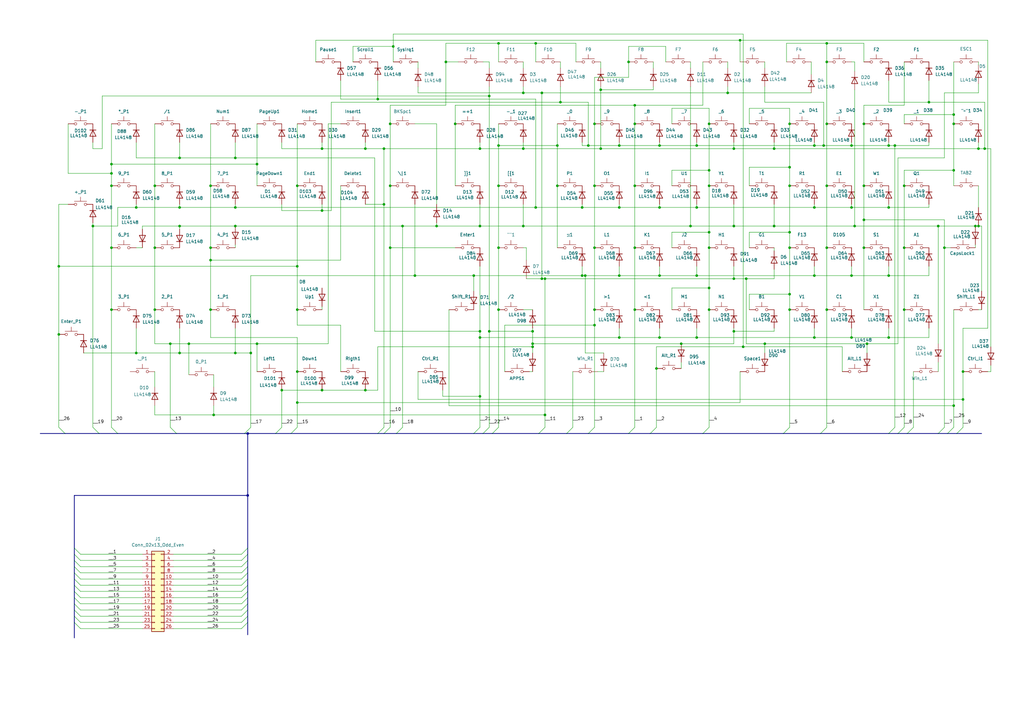
<source format=kicad_sch>
(kicad_sch (version 20231120) (generator "eeschema") (generator_version "8.0")
  (paper "A3")
  (lib_symbols
    (symbol "Connector_Generic:Conn_02x13_Odd_Even" (pin_names (offset 1.016) hide)
      (property "Reference" "J" (at 1.27 17.78 0))
      (property "Value" "Conn_02x13_Odd_Even" (at 1.27 -17.78 0))
      (symbol "Conn_02x13_Odd_Even_1_1"
        (pin passive line (at -5.08 15.24 0) (length 3.81) (name "Pin_1") (number "1"))
        (pin passive line (at 7.62 5.08 180) (length 3.81) (name "Pin_10") (number "10"))
        (pin passive line (at -5.08 2.54 0) (length 3.81) (name "Pin_11") (number "11"))
        (pin passive line (at 7.62 2.54 180) (length 3.81) (name "Pin_12") (number "12"))
        (pin passive line (at -5.08 0 0) (length 3.81) (name "Pin_13") (number "13"))
        (pin passive line (at 7.62 0 180) (length 3.81) (name "Pin_14") (number "14"))
        (pin passive line (at -5.08 -2.54 0) (length 3.81) (name "Pin_15") (number "15"))
        (pin passive line (at 7.62 -2.54 180) (length 3.81) (name "Pin_16") (number "16"))
        (pin passive line (at -5.08 -5.08 0) (length 3.81) (name "Pin_17") (number "17"))
        (pin passive line (at 7.62 -5.08 180) (length 3.81) (name "Pin_18") (number "18"))
        (pin passive line (at -5.08 -7.62 0) (length 3.81) (name "Pin_19") (number "19"))
        (pin passive line (at 7.62 15.24 180) (length 3.81) (name "Pin_2") (number "2"))
        (pin passive line (at 7.62 -7.62 180) (length 3.81) (name "Pin_20") (number "20"))
        (pin passive line (at -5.08 -10.16 0) (length 3.81) (name "Pin_21") (number "21"))
        (pin passive line (at 7.62 -10.16 180) (length 3.81) (name "Pin_22") (number "22"))
        (pin passive line (at -5.08 -12.7 0) (length 3.81) (name "Pin_23") (number "23"))
        (pin passive line (at 7.62 -12.7 180) (length 3.81) (name "Pin_24") (number "24"))
        (pin passive line (at -5.08 -15.24 0) (length 3.81) (name "Pin_25") (number "25"))
        (pin passive line (at 7.62 -15.24 180) (length 3.81) (name "Pin_26") (number "26"))
        (pin passive line (at -5.08 12.7 0) (length 3.81) (name "Pin_3") (number "3"))
        (pin passive line (at 7.62 12.7 180) (length 3.81) (name "Pin_4") (number "4"))
        (pin passive line (at -5.08 10.16 0) (length 3.81) (name "Pin_5") (number "5"))
        (pin passive line (at 7.62 10.16 180) (length 3.81) (name "Pin_6") (number "6"))
        (pin passive line (at -5.08 7.62 0) (length 3.81) (name "Pin_7") (number "7"))
        (pin passive line (at 7.62 7.62 180) (length 3.81) (name "Pin_8") (number "8"))
        (pin passive line (at -5.08 5.08 0) (length 3.81) (name "Pin_9") (number "9"))
      )
    )
    (symbol "Diode:LL4148" (pin_numbers hide) (pin_names hide)
      (property "Reference" "D" (at 0 2.54 0))
      (property "Value" "LL4148" (at 0 -2.54 0))
      (symbol "LL4148_1_1"
        (pin passive line (at -3.81 0 0) (length 2.54) (name "K") (number "1"))
        (pin passive line (at 3.81 0 180) (length 2.54) (name "A") (number "2"))
      )
    )
    (symbol "Switch:SW_Push" (pin_numbers hide) (pin_names (offset 1.016) hide)
      (property "Reference" "SW" (at 1.27 2.54 0))
      (property "Value" "SW_Push" (at 0 -1.524 0))
      (symbol "SW_Push_0_1"
        (pin passive line (at -5.08 0 0) (length 2.54) (name "1") (number "1"))
        (pin passive line (at 5.08 0 180) (length 2.54) (name "2") (number "2"))
      )
    )
  )
  (junction (at 105.41 140.97))
  (junction (at 149.86 60.96))
  (junction (at 254 138.43))
  (junction (at 387.35 101.6))
  (junction (at 246.38 60.96))
  (junction (at 154.94 40.64))
  (junction (at 339.09 127))
  (junction (at 391.16 69.85))
  (junction (at 300.99 92.71))
  (junction (at 290.83 127))
  (junction (at 73.66 64.77))
  (junction (at 270.51 113.03))
  (junction (at 238.76 85.09))
  (junction (at 160.02 50.8))
  (junction (at 200.66 39.37))
  (junction (at 204.47 59.69))
  (junction (at 240.03 113.03))
  (junction (at 194.31 113.03))
  (junction (at 349.25 59.69))
  (junction (at 38.1 92.71))
  (junction (at 337.82 59.69))
  (junction (at 304.8 142.24))
  (junction (at 334.01 138.43))
  (junction (at 160.02 101.6))
  (junction (at 354.33 101.6))
  (junction (at 45.72 71.12))
  (junction (at 400.05 92.71))
  (junction (at 370.84 127))
  (junction (at 317.5 60.96))
  (junction (at 214.63 38.1))
  (junction (at 86.36 76.2))
  (junction (at 323.85 127))
  (junction (at 218.44 140.97))
  (junction (at 196.85 135.89))
  (junction (at 160.02 76.2))
  (junction (at 86.36 106.68))
  (junction (at 165.1 92.71))
  (junction (at 349.25 138.43))
  (junction (at 260.35 101.6))
  (junction (at 96.52 85.09))
  (junction (at 323.85 101.6))
  (junction (at 196.85 162.56))
  (junction (at 384.81 92.71))
  (junction (at 214.63 60.96))
  (junction (at 323.85 76.2))
  (junction (at 243.84 76.2))
  (junction (at 323.85 120.65))
  (junction (at 228.6 76.2))
  (junction (at 260.35 76.2))
  (junction (at 254 85.09))
  (junction (at 121.92 165.1))
  (junction (at 403.86 60.96))
  (junction (at 86.36 127))
  (junction (at 222.25 38.1))
  (junction (at 300.99 114.3))
  (junction (at 121.92 127))
  (junction (at 334.01 59.69))
  (junction (at 196.85 60.96))
  (junction (at 87.63 170.18))
  (junction (at 290.83 69.85))
  (junction (at 334.01 85.09))
  (junction (at 279.4 140.97))
  (junction (at 285.75 113.03))
  (junction (at 121.92 76.2))
  (junction (at 238.76 113.03))
  (junction (at 55.88 85.09))
  (junction (at 243.84 127))
  (junction (at 354.33 50.8))
  (junction (at 45.72 101.6))
  (junction (at 370.84 76.2))
  (junction (at 132.08 86.36))
  (junction (at 334.01 113.03))
  (junction (at 298.45 38.1))
  (junction (at 364.49 59.69))
  (junction (at 204.47 17.78))
  (junction (at 24.13 137.16))
  (junction (at 401.32 60.96))
  (junction (at 367.03 59.69))
  (junction (at 394.97 152.4))
  (junction (at 182.88 25.4))
  (junction (at 354.33 90.17))
  (junction (at 323.85 68.58))
  (junction (at 391.16 50.8))
  (junction (at 364.49 85.09))
  (junction (at 257.81 25.4))
  (junction (at 241.3 59.69))
  (junction (at 45.72 76.2))
  (junction (at 285.75 85.09))
  (junction (at 96.52 64.77))
  (junction (at 401.32 92.71))
  (junction (at 269.24 151.13))
  (junction (at 323.85 95.25))
  (junction (at 77.47 140.97))
  (junction (at 186.69 50.8))
  (junction (at 157.48 83.82))
  (junction (at 270.51 85.09))
  (junction (at 246.38 36.83))
  (junction (at 339.09 101.6))
  (junction (at 69.85 140.97))
  (junction (at 290.83 101.6))
  (junction (at 73.66 144.78))
  (junction (at 260.35 127))
  (junction (at 218.44 142.24))
  (junction (at 381 41.91))
  (junction (at 96.52 92.71))
  (junction (at 161.29 19.05))
  (junction (at 355.6 140.97))
  (junction (at 132.08 160.02))
  (junction (at 200.66 135.89))
  (junction (at 303.53 16.51))
  (junction (at 313.69 140.97))
  (junction (at 228.6 59.69))
  (junction (at 243.84 101.6))
  (junction (at 285.75 59.69))
  (junction (at 290.83 118.11))
  (junction (at 55.88 144.78))
  (junction (at 63.5 127))
  (junction (at 260.35 43.18))
  (junction (at 349.25 113.03))
  (junction (at 283.21 92.71))
  (junction (at 63.5 76.2))
  (junction (at 290.83 95.25))
  (junction (at 96.52 144.78))
  (junction (at 364.49 113.03))
  (junction (at 149.86 160.02))
  (junction (at 243.84 50.8))
  (junction (at 254 113.03))
  (junction (at 218.44 135.89))
  (junction (at 290.83 50.8))
  (junction (at 243.84 133.35))
  (junction (at 222.25 114.3))
  (junction (at 170.18 113.03))
  (junction (at 132.08 60.96))
  (junction (at 101.6 203.2))
  (junction (at 121.92 152.4))
  (junction (at 24.13 109.22))
  (junction (at 63.5 101.6))
  (junction (at 223.52 114.3))
  (junction (at 196.85 92.71))
  (junction (at 370.84 101.6))
  (junction (at 219.71 17.78))
  (junction (at 391.16 166.37))
  (junction (at 306.07 114.3))
  (junction (at 300.99 135.89))
  (junction (at 354.33 76.2))
  (junction (at 285.75 138.43))
  (junction (at 204.47 101.6))
  (junction (at 394.97 163.83))
  (junction (at 214.63 92.71))
  (junction (at 101.6 177.8))
  (junction (at 157.48 60.96))
  (junction (at 73.66 85.09))
  (junction (at 339.09 17.78))
  (junction (at 270.51 59.69))
  (junction (at 73.66 92.71))
  (junction (at 102.87 144.78))
  (junction (at 179.07 92.71))
  (junction (at 350.52 92.71))
  (junction (at 339.09 25.4))
  (junction (at 349.25 85.09))
  (junction (at 260.35 50.8))
  (junction (at 317.5 92.71))
  (junction (at 339.09 76.2))
  (junction (at 391.16 46.99))
  (junction (at 196.85 138.43))
  (junction (at 290.83 76.2))
  (junction (at 204.47 127))
  (junction (at 45.72 127))
  (junction (at 364.49 138.43))
  (junction (at 254 59.69))
  (junction (at 300.99 60.96))
  (junction (at 115.57 160.02))
  (junction (at 121.92 109.22))
  (junction (at 45.72 67.31))
  (junction (at 223.52 170.18))
  (junction (at 219.71 85.09))
  (junction (at 86.36 101.6))
  (junction (at 339.09 50.8))
  (junction (at 229.87 41.91))
  (junction (at 270.51 138.43))
  (junction (at 204.47 76.2))
  (junction (at 105.41 67.31))
  (junction (at 323.85 50.8))
  (bus_entry (at 232.41 177.8) (size 2.54 -2.54))
  (bus_entry (at 288.29 177.8) (size 2.54 -2.54))
  (bus_entry (at 30.48 245.11) (size 2.54 2.54))
  (bus_entry (at 113.03 177.8) (size 2.54 -2.54))
  (bus_entry (at 321.31 177.8) (size 2.54 -2.54))
  (bus_entry (at 99.06 255.27) (size 2.54 -2.54))
  (bus_entry (at 392.43 177.8) (size 2.54 -2.54))
  (bus_entry (at 99.06 240.03) (size 2.54 -2.54))
  (bus_entry (at 99.06 245.11) (size 2.54 -2.54))
  (bus_entry (at 201.93 177.8) (size 2.54 -2.54))
  (bus_entry (at 99.06 250.19) (size 2.54 -2.54))
  (bus_entry (at 99.06 229.87) (size 2.54 -2.54))
  (bus_entry (at 99.06 257.81) (size 2.54 -2.54))
  (bus_entry (at 30.48 227.33) (size 2.54 2.54))
  (bus_entry (at 162.56 177.8) (size 2.54 -2.54))
  (bus_entry (at 241.3 177.8) (size 2.54 -2.54))
  (bus_entry (at 30.48 232.41) (size 2.54 2.54))
  (bus_entry (at 99.06 227.33) (size 2.54 -2.54))
  (bus_entry (at 99.06 237.49) (size 2.54 -2.54))
  (bus_entry (at 99.06 234.95) (size 2.54 -2.54))
  (bus_entry (at 154.94 177.8) (size 2.54 -2.54))
  (bus_entry (at 372.11 177.8) (size 2.54 -2.54))
  (bus_entry (at 30.48 234.95) (size 2.54 2.54))
  (bus_entry (at 157.48 177.8) (size 2.54 -2.54))
  (bus_entry (at 30.48 229.87) (size 2.54 2.54))
  (bus_entry (at 99.06 247.65) (size 2.54 -2.54))
  (bus_entry (at 99.06 232.41) (size 2.54 -2.54))
  (bus_entry (at 364.49 177.8) (size 2.54 -2.54))
  (bus_entry (at 30.48 237.49) (size 2.54 2.54))
  (bus_entry (at 257.81 177.8) (size 2.54 -2.54))
  (bus_entry (at 100.33 177.8) (size 2.54 -2.54))
  (bus_entry (at 30.48 255.27) (size 2.54 2.54))
  (bus_entry (at 336.55 177.8) (size 2.54 -2.54))
  (bus_entry (at 30.48 247.65) (size 2.54 2.54))
  (bus_entry (at 30.48 242.57) (size 2.54 2.54))
  (bus_entry (at 26.67 177.8) (size -2.54 -2.54))
  (bus_entry (at 266.7 177.8) (size 2.54 -2.54))
  (bus_entry (at 30.48 240.03) (size 2.54 2.54))
  (bus_entry (at 30.48 224.79) (size 2.54 2.54))
  (bus_entry (at 368.3 177.8) (size 2.54 -2.54))
  (bus_entry (at 194.31 177.8) (size 2.54 -2.54))
  (bus_entry (at 99.06 242.57) (size 2.54 -2.54))
  (bus_entry (at 119.38 177.8) (size 2.54 -2.54))
  (bus_entry (at 388.62 177.8) (size 2.54 -2.54))
  (bus_entry (at 220.98 177.8) (size 2.54 -2.54))
  (bus_entry (at 48.26 177.8) (size -2.54 -2.54))
  (bus_entry (at 198.12 177.8) (size 2.54 -2.54))
  (bus_entry (at 30.48 252.73) (size 2.54 2.54))
  (bus_entry (at 30.48 250.19) (size 2.54 2.54))
  (bus_entry (at 99.06 252.73) (size 2.54 -2.54))
  (bus_entry (at 72.39 177.8) (size -2.54 -2.54))
  (bus_entry (at 40.64 177.8) (size -2.54 -2.54))
  (bus_entry (at 384.81 177.8) (size 2.54 -2.54))
  (wire (pts (xy 63.5 166.37) (xy 63.5 170.18)))
  (wire (pts (xy 171.45 25.4) (xy 171.45 27.94)))
  (wire (pts (xy 96.52 134.62) (xy 96.52 144.78)))
  (bus (pts (xy 388.62 177.8) (xy 392.43 177.8)))
  (wire (pts (xy 55.88 85.09) (xy 73.66 85.09)))
  (wire (pts (xy 157.48 60.96) (xy 196.85 60.96)))
  (wire (pts (xy 313.69 27.94) (xy 313.69 25.4)))
  (wire (pts (xy 349.25 85.09) (xy 364.49 85.09)))
  (wire (pts (xy 153.67 64.77) (xy 153.67 135.89)))
  (wire (pts (xy 236.22 17.78) (xy 219.71 17.78)))
  (wire (pts (xy 58.42 92.71) (xy 58.42 93.98)))
  (wire (pts (xy 165.1 92.71) (xy 165.1 175.26)))
  (wire (pts (xy 132.08 86.36) (xy 132.08 83.82)))
  (wire (pts (xy 154.94 160.02) (xy 149.86 160.02)))
  (wire (pts (xy 285.75 113.03) (xy 285.75 109.22)))
  (wire (pts (xy 401.32 92.71) (xy 402.59 92.71)))
  (wire (pts (xy 334.01 113.03) (xy 349.25 113.03)))
  (wire (pts (xy 86.36 138.43) (xy 121.92 138.43)))
  (wire (pts (xy 228.6 76.2) (xy 228.6 101.6)))
  (wire (pts (xy 354.33 50.8) (xy 354.33 76.2)))
  (wire (pts (xy 219.71 17.78) (xy 204.47 17.78)))
  (wire (pts (xy 303.53 16.51) (xy 303.53 25.4)))
  (wire (pts (xy 349.25 25.4) (xy 350.52 25.4)))
  (wire (pts (xy 222.25 38.1) (xy 298.45 38.1)))
  (wire (pts (xy 270.51 113.03) (xy 254 113.03)))
  (wire (pts (xy 157.48 60.96) (xy 157.48 83.82)))
  (bus (pts (xy 30.48 247.65) (xy 30.48 250.19)))
  (wire (pts (xy 406.4 149.86) (xy 406.4 152.4)))
  (wire (pts (xy 149.86 60.96) (xy 157.48 60.96)))
  (wire (pts (xy 121.92 76.2) (xy 121.92 109.22)))
  (wire (pts (xy 254 113.03) (xy 240.03 113.03)))
  (wire (pts (xy 71.12 255.27) (xy 99.06 255.27)))
  (wire (pts (xy 214.63 25.4) (xy 214.63 27.94)))
  (wire (pts (xy 290.83 101.6) (xy 290.83 118.11)))
  (wire (pts (xy 170.18 113.03) (xy 102.87 113.03)))
  (wire (pts (xy 161.29 19.05) (xy 161.29 25.4)))
  (wire (pts (xy 290.83 50.8) (xy 290.83 44.45)))
  (wire (pts (xy 349.25 83.82) (xy 349.25 85.09)))
  (wire (pts (xy 24.13 83.82) (xy 24.13 109.22)))
  (wire (pts (xy 33.02 240.03) (xy 58.42 240.03)))
  (wire (pts (xy 182.88 17.78) (xy 182.88 25.4)))
  (wire (pts (xy 71.12 247.65) (xy 99.06 247.65)))
  (bus (pts (xy 30.48 255.27) (xy 30.48 261.62)))
  (wire (pts (xy 307.34 50.8) (xy 307.34 44.45)))
  (wire (pts (xy 290.83 50.8) (xy 290.83 69.85)))
  (wire (pts (xy 400.05 100.33) (xy 400.05 101.6)))
  (wire (pts (xy 238.76 113.03) (xy 194.31 113.03)))
  (wire (pts (xy 73.66 92.71) (xy 58.42 92.71)))
  (bus (pts (xy 232.41 177.8) (xy 241.3 177.8)))
  (wire (pts (xy 71.12 232.41) (xy 99.06 232.41)))
  (wire (pts (xy 215.9 101.6) (xy 215.9 106.68)))
  (wire (pts (xy 300.99 140.97) (xy 300.99 135.89)))
  (wire (pts (xy 317.5 135.89) (xy 300.99 135.89)))
  (wire (pts (xy 402.59 92.71) (xy 402.59 119.38)))
  (wire (pts (xy 384.81 92.71) (xy 384.81 140.97)))
  (wire (pts (xy 300.99 60.96) (xy 317.5 60.96)))
  (wire (pts (xy 243.84 31.75) (xy 243.84 50.8)))
  (wire (pts (xy 317.5 114.3) (xy 317.5 110.49)))
  (wire (pts (xy 298.45 38.1) (xy 332.74 38.1)))
  (wire (pts (xy 160.02 101.6) (xy 160.02 76.2)))
  (wire (pts (xy 132.08 60.96) (xy 132.08 58.42)))
  (wire (pts (xy 229.87 27.94) (xy 229.87 25.4)))
  (wire (pts (xy 364.49 41.91) (xy 364.49 33.02)))
  (wire (pts (xy 179.07 50.8) (xy 179.07 83.82)))
  (wire (pts (xy 304.8 142.24) (xy 304.8 13.97)))
  (wire (pts (xy 186.69 43.18) (xy 260.35 43.18)))
  (bus (pts (xy 288.29 177.8) (xy 321.31 177.8)))
  (wire (pts (xy 204.47 17.78) (xy 204.47 25.4)))
  (wire (pts (xy 34.29 144.78) (xy 55.88 144.78)))
  (bus (pts (xy 16.51 177.8) (xy 26.67 177.8)))
  (wire (pts (xy 401.32 38.1) (xy 387.35 38.1)))
  (wire (pts (xy 307.34 95.25) (xy 323.85 95.25)))
  (wire (pts (xy 394.97 134.62) (xy 405.13 134.62)))
  (bus (pts (xy 101.6 177.8) (xy 101.6 203.2)))
  (wire (pts (xy 364.49 83.82) (xy 364.49 85.09)))
  (wire (pts (xy 387.35 64.77) (xy 368.3 64.77)))
  (wire (pts (xy 24.13 137.16) (xy 24.13 109.22)))
  (wire (pts (xy 298.45 25.4) (xy 298.45 27.94)))
  (wire (pts (xy 283.21 92.71) (xy 300.99 92.71)))
  (wire (pts (xy 257.81 31.75) (xy 243.84 31.75)))
  (wire (pts (xy 135.89 41.91) (xy 135.89 86.36)))
  (bus (pts (xy 220.98 177.8) (xy 232.41 177.8)))
  (wire (pts (xy 323.85 120.65) (xy 307.34 120.65)))
  (wire (pts (xy 313.69 35.56) (xy 313.69 41.91)))
  (wire (pts (xy 290.83 118.11) (xy 290.83 127)))
  (wire (pts (xy 387.35 101.6) (xy 387.35 90.17)))
  (wire (pts (xy 339.09 76.2) (xy 339.09 101.6)))
  (wire (pts (xy 71.12 227.33) (xy 99.06 227.33)))
  (wire (pts (xy 391.16 166.37) (xy 391.16 175.26)))
  (bus (pts (xy 30.48 237.49) (xy 30.48 240.03)))
  (wire (pts (xy 196.85 162.56) (xy 181.61 162.56)))
  (wire (pts (xy 387.35 90.17) (xy 354.33 90.17)))
  (wire (pts (xy 269.24 151.13) (xy 269.24 175.26)))
  (bus (pts (xy 101.6 234.95) (xy 101.6 232.41)))
  (wire (pts (xy 33.02 234.95) (xy 58.42 234.95)))
  (wire (pts (xy 87.63 170.18) (xy 87.63 166.37)))
  (wire (pts (xy 228.6 59.69) (xy 204.47 59.69)))
  (wire (pts (xy 243.84 50.8) (xy 243.84 76.2)))
  (bus (pts (xy 154.94 177.8) (xy 157.48 177.8)))
  (wire (pts (xy 304.8 13.97) (xy 161.29 13.97)))
  (wire (pts (xy 223.52 170.18) (xy 223.52 175.26)))
  (wire (pts (xy 33.02 229.87) (xy 58.42 229.87)))
  (wire (pts (xy 240.03 113.03) (xy 238.76 113.03)))
  (wire (pts (xy 307.34 101.6) (xy 307.34 95.25)))
  (bus (pts (xy 101.6 237.49) (xy 101.6 234.95)))
  (wire (pts (xy 332.74 25.4) (xy 332.74 30.48)))
  (wire (pts (xy 38.1 60.96) (xy 38.1 58.42)))
  (wire (pts (xy 228.6 50.8) (xy 228.6 59.69)))
  (wire (pts (xy 204.47 76.2) (xy 204.47 101.6)))
  (wire (pts (xy 381 113.03) (xy 381 109.22)))
  (wire (pts (xy 45.72 101.6) (xy 45.72 76.2)))
  (wire (pts (xy 401.32 60.96) (xy 403.86 60.96)))
  (wire (pts (xy 121.92 127) (xy 121.92 133.35)))
  (bus (pts (xy 101.6 224.79) (xy 101.6 203.2)))
  (wire (pts (xy 63.5 101.6) (xy 63.5 127)))
  (bus (pts (xy 368.3 177.8) (xy 372.11 177.8)))
  (wire (pts (xy 394.97 152.4) (xy 394.97 163.83)))
  (wire (pts (xy 218.44 134.62) (xy 218.44 135.89)))
  (wire (pts (xy 334.01 113.03) (xy 285.75 113.03)))
  (wire (pts (xy 55.88 85.09) (xy 55.88 83.82)))
  (wire (pts (xy 77.47 140.97) (xy 69.85 140.97)))
  (bus (pts (xy 48.26 177.8) (xy 72.39 177.8)))
  (wire (pts (xy 240.03 144.78) (xy 240.03 113.03)))
  (wire (pts (xy 160.02 101.6) (xy 160.02 175.26)))
  (wire (pts (xy 285.75 138.43) (xy 270.51 138.43)))
  (bus (pts (xy 321.31 177.8) (xy 336.55 177.8)))
  (wire (pts (xy 204.47 17.78) (xy 182.88 17.78)))
  (wire (pts (xy 246.38 60.96) (xy 214.63 60.96)))
  (wire (pts (xy 303.53 152.4) (xy 303.53 165.1)))
  (wire (pts (xy 381 85.09) (xy 381 83.82)))
  (wire (pts (xy 374.65 152.4) (xy 374.65 175.26)))
  (wire (pts (xy 69.85 140.97) (xy 63.5 140.97)))
  (wire (pts (xy 33.02 255.27) (xy 58.42 255.27)))
  (bus (pts (xy 101.6 242.57) (xy 101.6 240.03)))
  (wire (pts (xy 222.25 114.3) (xy 223.52 114.3)))
  (wire (pts (xy 33.02 242.57) (xy 58.42 242.57)))
  (wire (pts (xy 33.02 247.65) (xy 58.42 247.65)))
  (wire (pts (xy 196.85 138.43) (xy 196.85 135.89)))
  (wire (pts (xy 401.32 60.96) (xy 401.32 58.42)))
  (wire (pts (xy 279.4 148.59) (xy 279.4 151.13)))
  (wire (pts (xy 370.84 43.18) (xy 354.33 43.18)))
  (wire (pts (xy 313.69 41.91) (xy 337.82 41.91)))
  (wire (pts (xy 381 33.02) (xy 381 41.91)))
  (wire (pts (xy 73.66 64.77) (xy 96.52 64.77)))
  (wire (pts (xy 254 109.22) (xy 254 113.03)))
  (wire (pts (xy 323.85 127) (xy 323.85 175.26)))
  (wire (pts (xy 406.4 60.96) (xy 403.86 60.96)))
  (wire (pts (xy 349.25 138.43) (xy 364.49 138.43)))
  (wire (pts (xy 33.02 245.11) (xy 58.42 245.11)))
  (wire (pts (xy 345.44 152.4) (xy 345.44 142.24)))
  (wire (pts (xy 132.08 125.73) (xy 132.08 127)))
  (wire (pts (xy 391.16 69.85) (xy 391.16 76.2)))
  (wire (pts (xy 139.7 40.64) (xy 154.94 40.64)))
  (bus (pts (xy 101.6 240.03) (xy 101.6 237.49)))
  (wire (pts (xy 139.7 106.68) (xy 86.36 106.68)))
  (wire (pts (xy 364.49 138.43) (xy 381 138.43)))
  (wire (pts (xy 218.44 140.97) (xy 279.4 140.97)))
  (wire (pts (xy 273.05 25.4) (xy 273.05 19.05)))
  (bus (pts (xy 30.48 252.73) (xy 30.48 255.27)))
  (wire (pts (xy 334.01 138.43) (xy 349.25 138.43)))
  (wire (pts (xy 45.72 101.6) (xy 45.72 127)))
  (bus (pts (xy 119.38 177.8) (xy 154.94 177.8)))
  (wire (pts (xy 27.94 71.12) (xy 27.94 50.8)))
  (wire (pts (xy 317.5 60.96) (xy 317.5 58.42)))
  (bus (pts (xy 364.49 177.8) (xy 368.3 177.8)))
  (wire (pts (xy 71.12 234.95) (xy 99.06 234.95)))
  (wire (pts (xy 313.69 140.97) (xy 313.69 144.78)))
  (wire (pts (xy 307.34 76.2) (xy 307.34 68.58)))
  (wire (pts (xy 214.63 35.56) (xy 214.63 38.1)))
  (wire (pts (xy 73.66 85.09) (xy 96.52 85.09)))
  (wire (pts (xy 243.84 76.2) (xy 243.84 101.6)))
  (wire (pts (xy 370.84 69.85) (xy 370.84 76.2)))
  (wire (pts (xy 223.52 114.3) (xy 300.99 114.3)))
  (wire (pts (xy 73.66 144.78) (xy 55.88 144.78)))
  (wire (pts (xy 285.75 85.09) (xy 285.75 83.82)))
  (wire (pts (xy 33.02 232.41) (xy 58.42 232.41)))
  (bus (pts (xy 101.6 252.73) (xy 101.6 250.19)))
  (wire (pts (xy 33.02 237.49) (xy 58.42 237.49)))
  (wire (pts (xy 200.66 25.4) (xy 198.12 25.4)))
  (wire (pts (xy 45.72 127) (xy 45.72 175.26)))
  (wire (pts (xy 228.6 59.69) (xy 228.6 76.2)))
  (wire (pts (xy 121.92 165.1) (xy 121.92 175.26)))
  (wire (pts (xy 214.63 92.71) (xy 283.21 92.71)))
  (wire (pts (xy 45.72 71.12) (xy 45.72 67.31)))
  (wire (pts (xy 290.83 69.85) (xy 290.83 76.2)))
  (wire (pts (xy 260.35 76.2) (xy 260.35 101.6)))
  (bus (pts (xy 30.48 227.33) (xy 30.48 229.87)))
  (wire (pts (xy 391.16 127) (xy 391.16 166.37)))
  (wire (pts (xy 238.76 85.09) (xy 238.76 83.82)))
  (bus (pts (xy 241.3 177.8) (xy 257.81 177.8)))
  (wire (pts (xy 275.59 69.85) (xy 275.59 76.2)))
  (wire (pts (xy 121.92 109.22) (xy 121.92 127)))
  (wire (pts (xy 115.57 60.96) (xy 115.57 58.42)))
  (wire (pts (xy 317.5 101.6) (xy 317.5 102.87)))
  (wire (pts (xy 349.25 59.69) (xy 337.82 59.69)))
  (bus (pts (xy 40.64 177.8) (xy 48.26 177.8)))
  (wire (pts (xy 300.99 114.3) (xy 306.07 114.3)))
  (wire (pts (xy 269.24 142.24) (xy 269.24 151.13)))
  (wire (pts (xy 339.09 127) (xy 339.09 175.26)))
  (wire (pts (xy 186.69 50.8) (xy 186.69 76.2)))
  (wire (pts (xy 105.41 50.8) (xy 105.41 67.31)))
  (bus (pts (xy 198.12 177.8) (xy 201.93 177.8)))
  (bus (pts (xy 101.6 177.8) (xy 113.03 177.8)))
  (wire (pts (xy 254 138.43) (xy 254 134.62)))
  (wire (pts (xy 207.01 133.35) (xy 243.84 133.35)))
  (wire (pts (xy 160.02 50.8) (xy 160.02 43.18)))
  (wire (pts (xy 323.85 95.25) (xy 323.85 101.6)))
  (wire (pts (xy 370.84 50.8) (xy 370.84 46.99)))
  (wire (pts (xy 214.63 60.96) (xy 214.63 58.42)))
  (wire (pts (xy 55.88 58.42) (xy 55.88 64.77)))
  (bus (pts (xy 336.55 177.8) (xy 364.49 177.8)))
  (wire (pts (xy 215.9 114.3) (xy 222.25 114.3)))
  (wire (pts (xy 86.36 138.43) (xy 86.36 127)))
  (wire (pts (xy 285.75 113.03) (xy 270.51 113.03)))
  (bus (pts (xy 30.48 234.95) (xy 30.48 237.49)))
  (wire (pts (xy 257.81 25.4) (xy 257.81 31.75)))
  (wire (pts (xy 194.31 113.03) (xy 170.18 113.03)))
  (wire (pts (xy 33.02 250.19) (xy 58.42 250.19)))
  (wire (pts (xy 41.91 60.96) (xy 38.1 60.96)))
  (wire (pts (xy 86.36 106.68) (xy 86.36 127)))
  (wire (pts (xy 96.52 144.78) (xy 73.66 144.78)))
  (bus (pts (xy 30.48 203.2) (xy 30.48 224.79)))
  (wire (pts (xy 204.47 127) (xy 204.47 175.26)))
  (wire (pts (xy 290.83 101.6) (xy 290.83 95.25)))
  (wire (pts (xy 139.7 50.8) (xy 134.62 50.8)))
  (wire (pts (xy 45.72 71.12) (xy 27.94 71.12)))
  (wire (pts (xy 161.29 13.97) (xy 161.29 19.05)))
  (wire (pts (xy 153.67 135.89) (xy 196.85 135.89)))
  (wire (pts (xy 144.78 25.4) (xy 144.78 19.05)))
  (wire (pts (xy 339.09 101.6) (xy 339.09 127)))
  (wire (pts (xy 149.86 60.96) (xy 149.86 58.42)))
  (wire (pts (xy 387.35 38.1) (xy 387.35 64.77)))
  (wire (pts (xy 229.87 41.91) (xy 229.87 35.56)))
  (bus (pts (xy 101.6 260.35) (xy 101.6 255.27)))
  (wire (pts (xy 317.5 83.82) (xy 317.5 92.71)))
  (wire (pts (xy 200.66 39.37) (xy 41.91 39.37)))
  (wire (pts (xy 317.5 60.96) (xy 401.32 60.96)))
  (wire (pts (xy 317.5 134.62) (xy 317.5 135.89)))
  (wire (pts (xy 334.01 83.82) (xy 334.01 85.09)))
  (wire (pts (xy 273.05 19.05) (xy 257.81 19.05)))
  (wire (pts (xy 243.84 101.6) (xy 243.84 127)))
  (wire (pts (xy 367.03 59.69) (xy 381 59.69)))
  (wire (pts (xy 350.52 25.4) (xy 350.52 29.21)))
  (wire (pts (xy 182.88 43.18) (xy 182.88 25.4)))
  (wire (pts (xy 171.45 163.83) (xy 171.45 152.4)))
  (wire (pts (xy 370.84 127) (xy 370.84 175.26)))
  (wire (pts (xy 218.44 152.4) (xy 217.17 152.4)))
  (wire (pts (xy 96.52 58.42) (xy 96.52 64.77)))
  (wire (pts (xy 334.01 134.62) (xy 334.01 138.43)))
  (wire (pts (xy 381 41.91) (xy 364.49 41.91)))
  (wire (pts (xy 384.81 148.59) (xy 384.81 152.4)))
  (bus (pts (xy 101.6 227.33) (xy 101.6 224.79)))
  (wire (pts (xy 349.25 59.69) (xy 349.25 58.42)))
  (wire (pts (xy 38.1 92.71) (xy 38.1 91.44)))
  (wire (pts (xy 246.38 36.83) (xy 267.97 36.83)))
  (wire (pts (xy 45.72 76.2) (xy 45.72 71.12)))
  (bus (pts (xy 30.48 245.11) (xy 30.48 247.65)))
  (wire (pts (xy 403.86 41.91) (xy 403.86 60.96)))
  (wire (pts (xy 300.99 60.96) (xy 300.99 58.42)))
  (wire (pts (xy 121.92 152.4) (xy 121.92 138.43)))
  (wire (pts (xy 339.09 50.8) (xy 339.09 76.2)))
  (wire (pts (xy 115.57 86.36) (xy 132.08 86.36)))
  (wire (pts (xy 71.12 250.19) (xy 99.06 250.19)))
  (wire (pts (xy 236.22 25.4) (xy 236.22 17.78)))
  (wire (pts (xy 285.75 59.69) (xy 285.75 58.42)))
  (wire (pts (xy 33.02 257.81) (xy 58.42 257.81)))
  (wire (pts (xy 194.31 113.03) (xy 194.31 119.38)))
  (wire (pts (xy 63.5 152.4) (xy 63.5 158.75)))
  (wire (pts (xy 241.3 59.69) (xy 241.3 41.91)))
  (bus (pts (xy 30.48 250.19) (xy 30.48 252.73)))
  (wire (pts (xy 218.44 142.24) (xy 154.94 142.24)))
  (wire (pts (xy 254 59.69) (xy 241.3 59.69)))
  (bus (pts (xy 30.48 242.57) (xy 30.48 245.11)))
  (wire (pts (xy 267.97 25.4) (xy 267.97 27.94)))
  (wire (pts (xy 238.76 59.69) (xy 238.76 58.42)))
  (wire (pts (xy 71.12 242.57) (xy 99.06 242.57)))
  (wire (pts (xy 349.25 113.03) (xy 364.49 113.03)))
  (bus (pts (xy 266.7 177.8) (xy 288.29 177.8)))
  (bus (pts (xy 30.48 240.03) (xy 30.48 242.57)))
  (wire (pts (xy 381 59.69) (xy 381 58.42)))
  (wire (pts (xy 200.66 25.4) (xy 200.66 27.94)))
  (wire (pts (xy 339.09 25.4) (xy 339.09 50.8)))
  (wire (pts (xy 105.41 140.97) (xy 77.47 140.97)))
  (wire (pts (xy 267.97 36.83) (xy 267.97 35.56)))
  (bus (pts (xy 30.48 224.79) (xy 30.48 227.33)))
  (wire (pts (xy 307.34 120.65) (xy 307.34 127)))
  (wire (pts (xy 96.52 64.77) (xy 153.67 64.77)))
  (wire (pts (xy 364.49 59.69) (xy 349.25 59.69)))
  (wire (pts (xy 179.07 91.44) (xy 179.07 92.71)))
  (wire (pts (xy 323.85 68.58) (xy 323.85 76.2)))
  (bus (pts (xy 101.6 250.19) (xy 101.6 247.65)))
  (wire (pts (xy 285.75 85.09) (xy 270.51 85.09)))
  (wire (pts (xy 63.5 140.97) (xy 63.5 127)))
  (wire (pts (xy 105.41 67.31) (xy 105.41 76.2)))
  (wire (pts (xy 354.33 90.17) (xy 354.33 101.6)))
  (wire (pts (xy 270.51 59.69) (xy 254 59.69)))
  (wire (pts (xy 254 59.69) (xy 254 58.42)))
  (wire (pts (xy 300.99 135.89) (xy 300.99 134.62)))
  (wire (pts (xy 196.85 162.56) (xy 196.85 175.26)))
  (wire (pts (xy 71.12 237.49) (xy 99.06 237.49)))
  (wire (pts (xy 196.85 92.71) (xy 214.63 92.71)))
  (wire (pts (xy 139.7 133.35) (xy 139.7 152.4)))
  (wire (pts (xy 87.63 170.18) (xy 223.52 170.18)))
  (wire (pts (xy 129.54 16.51) (xy 129.54 25.4)))
  (bus (pts (xy 257.81 177.8) (xy 266.7 177.8)))
  (wire (pts (xy 285.75 138.43) (xy 285.75 134.62)))
  (wire (pts (xy 96.52 85.09) (xy 96.52 83.82)))
  (wire (pts (xy 204.47 59.69) (xy 204.47 76.2)))
  (wire (pts (xy 73.66 92.71) (xy 73.66 93.98)))
  (wire (pts (xy 370.84 76.2) (xy 370.84 101.6)))
  (wire (pts (xy 55.88 144.78) (xy 55.88 134.62)))
  (wire (pts (xy 218.44 127) (xy 214.63 127)))
  (wire (pts (xy 48.26 92.71) (xy 38.1 92.71)))
  (wire (pts (xy 370.84 101.6) (xy 370.84 127)))
  (wire (pts (xy 247.65 152.4) (xy 245.11 152.4)))
  (bus (pts (xy 72.39 177.8) (xy 100.33 177.8)))
  (wire (pts (xy 105.41 140.97) (xy 105.41 152.4)))
  (wire (pts (xy 370.84 46.99) (xy 391.16 46.99)))
  (wire (pts (xy 323.85 50.8) (xy 323.85 68.58)))
  (wire (pts (xy 337.82 59.69) (xy 334.01 59.69)))
  (wire (pts (xy 186.69 50.8) (xy 186.69 43.18)))
  (wire (pts (xy 246.38 35.56) (xy 246.38 36.83)))
  (bus (pts (xy 201.93 177.8) (xy 220.98 177.8)))
  (wire (pts (xy 218.44 135.89) (xy 218.44 140.97)))
  (wire (pts (xy 115.57 60.96) (xy 132.08 60.96)))
  (wire (pts (xy 401.32 127) (xy 402.59 127)))
  (bus (pts (xy 101.6 245.11) (xy 101.6 242.57)))
  (wire (pts (xy 381 138.43) (xy 381 134.62)))
  (wire (pts (xy 246.38 36.83) (xy 246.38 60.96)))
  (wire (pts (xy 391.16 69.85) (xy 370.84 69.85)))
  (wire (pts (xy 323.85 44.45) (xy 323.85 50.8)))
  (bus (pts (xy 101.6 255.27) (xy 101.6 252.73)))
  (wire (pts (xy 218.44 140.97) (xy 218.44 142.24)))
  (wire (pts (xy 401.32 25.4) (xy 401.32 26.67)))
  (wire (pts (xy 139.7 33.02) (xy 139.7 40.64)))
  (wire (pts (xy 87.63 153.67) (xy 87.63 158.75)))
  (wire (pts (xy 349.25 109.22) (xy 349.25 113.03)))
  (wire (pts (xy 115.57 160.02) (xy 132.08 160.02)))
  (wire (pts (xy 71.12 245.11) (xy 99.06 245.11)))
  (bus (pts (xy 26.67 177.8) (xy 40.64 177.8)))
  (wire (pts (xy 55.88 64.77) (xy 73.66 64.77)))
  (bus (pts (xy 101.6 247.65) (xy 101.6 245.11)))
  (wire (pts (xy 389.89 101.6) (xy 387.35 101.6)))
  (wire (pts (xy 323.85 120.65) (xy 323.85 127)))
  (wire (pts (xy 387.35 101.6) (xy 387.35 175.26)))
  (wire (pts (xy 71.12 252.73) (xy 99.06 252.73)))
  (wire (pts (xy 219.71 85.09) (xy 219.71 40.64)))
  (bus (pts (xy 162.56 177.8) (xy 194.31 177.8)))
  (wire (pts (xy 229.87 41.91) (xy 135.89 41.91)))
  (wire (pts (xy 403.86 41.91) (xy 381 41.91)))
  (wire (pts (xy 144.78 19.05) (xy 161.29 19.05)))
  (wire (pts (xy 73.66 85.09) (xy 73.66 83.82)))
  (wire (pts (xy 354.33 76.2) (xy 354.33 90.17)))
  (wire (pts (xy 300.99 92.71) (xy 317.5 92.71)))
  (bus (pts (xy 30.48 229.87) (xy 30.48 232.41)))
  (wire (pts (xy 394.97 152.4) (xy 394.97 134.62)))
  (wire (pts (xy 186.69 101.6) (xy 160.02 101.6)))
  (wire (pts (xy 290.83 44.45) (xy 275.59 44.45)))
  (wire (pts (xy 214.63 83.82) (xy 214.63 92.71)))
  (wire (pts (xy 406.4 142.24) (xy 406.4 60.96)))
  (wire (pts (xy 243.84 127) (xy 243.84 133.35)))
  (bus (pts (xy 384.81 177.8) (xy 388.62 177.8)))
  (wire (pts (xy 260.35 101.6) (xy 260.35 127)))
  (wire (pts (xy 406.4 152.4) (xy 405.13 152.4)))
  (wire (pts (xy 160.02 43.18) (xy 182.88 43.18)))
  (wire (pts (xy 121.92 133.35) (xy 139.7 133.35)))
  (wire (pts (xy 115.57 83.82) (xy 115.57 86.36)))
  (wire (pts (xy 179.07 92.71) (xy 165.1 92.71)))
  (bus (pts (xy 100.33 177.8) (xy 101.6 177.8)))
  (wire (pts (xy 102.87 113.03) (xy 102.87 144.78)))
  (wire (pts (xy 334.01 85.09) (xy 285.75 85.09)))
  (wire (pts (xy 288.29 43.18) (xy 260.35 43.18)))
  (wire (pts (xy 27.94 83.82) (xy 24.13 83.82)))
  (wire (pts (xy 196.85 60.96) (xy 214.63 60.96)))
  (bus (pts (xy 372.11 177.8) (xy 384.81 177.8)))
  (wire (pts (xy 196.85 83.82) (xy 196.85 92.71)))
  (wire (pts (xy 405.13 16.51) (xy 303.53 16.51)))
  (wire (pts (xy 154.94 33.02) (xy 154.94 40.64)))
  (wire (pts (xy 154.94 142.24) (xy 154.94 160.02)))
  (wire (pts (xy 334.01 138.43) (xy 285.75 138.43)))
  (wire (pts (xy 222.25 114.3) (xy 222.25 38.1)))
  (wire (pts (xy 300.99 83.82) (xy 300.99 92.71)))
  (wire (pts (xy 270.51 138.43) (xy 270.51 134.62)))
  (wire (pts (xy 279.4 140.97) (xy 300.99 140.97)))
  (wire (pts (xy 182.88 25.4) (xy 187.96 25.4)))
  (wire (pts (xy 214.63 101.6) (xy 215.9 101.6)))
  (wire (pts (xy 200.66 39.37) (xy 200.66 135.89)))
  (wire (pts (xy 260.35 50.8) (xy 260.35 76.2)))
  (wire (pts (xy 246.38 60.96) (xy 300.99 60.96)))
  (wire (pts (xy 223.52 114.3) (xy 223.52 170.18)))
  (wire (pts (xy 204.47 101.6) (xy 204.47 127)))
  (wire (pts (xy 71.12 229.87) (xy 99.06 229.87)))
  (wire (pts (xy 246.38 25.4) (xy 246.38 27.94)))
  (wire (pts (xy 171.45 35.56) (xy 171.45 38.1)))
  (wire (pts (xy 283.21 35.56) (xy 283.21 92.71)))
  (wire (pts (xy 270.51 113.03) (xy 270.51 109.22)))
  (wire (pts (xy 157.48 83.82) (xy 157.48 175.26)))
  (wire (pts (xy 71.12 257.81) (xy 99.06 257.81)))
  (wire (pts (xy 241.3 59.69) (xy 238.76 59.69)))
  (wire (pts (xy 337.82 41.91) (xy 337.82 59.69)))
  (wire (pts (xy 69.85 140.97) (xy 69.85 175.26)))
  (wire (pts (xy 219.71 40.64) (xy 154.94 40.64)))
  (wire (pts (xy 200.66 135.89) (xy 218.44 135.89)))
  (wire (pts (xy 41.91 39.37) (xy 41.91 60.96)))
  (wire (pts (xy 238.76 85.09) (xy 219.71 85.09)))
  (wire (pts (xy 171.45 38.1) (xy 214.63 38.1)))
  (wire (pts (xy 270.51 85.09) (xy 254 85.09)))
  (wire (pts (xy 349.25 134.62) (xy 349.25 138.43)))
  (wire (pts (xy 303.53 165.1) (xy 121.92 165.1)))
  (wire (pts (xy 179.07 92.71) (xy 196.85 92.71)))
  (wire (pts (xy 290.83 69.85) (xy 275.59 69.85)))
  (wire (pts (xy 38.1 92.71) (xy 38.1 175.26)))
  (wire (pts (xy 334.01 109.22) (xy 334.01 113.03)))
  (wire (pts (xy 207.01 152.4) (xy 207.01 133.35)))
  (wire (pts (xy 241.3 41.91) (xy 229.87 41.91)))
  (wire (pts (xy 290.83 95.25) (xy 275.59 95.25)))
  (wire (pts (xy 132.08 160.02) (xy 149.86 160.02)))
  (wire (pts (xy 115.57 160.02) (xy 115.57 175.26)))
  (wire (pts (xy 86.36 76.2) (xy 86.36 101.6)))
  (wire (pts (xy 275.59 118.11) (xy 275.59 127)))
  (wire (pts (xy 170.18 50.8) (xy 179.07 50.8)))
  (wire (pts (xy 283.21 25.4) (xy 283.21 27.94)))
  (wire (pts (xy 33.02 227.33) (xy 58.42 227.33)))
  (wire (pts (xy 322.58 25.4) (xy 322.58 17.78)))
  (wire (pts (xy 96.52 92.71) (xy 165.1 92.71)))
  (wire (pts (xy 200.66 135.89) (xy 200.66 175.26)))
  (wire (pts (xy 33.02 252.73) (xy 58.42 252.73)))
  (wire (pts (xy 364.49 59.69) (xy 364.49 58.42)))
  (bus (pts (xy 113.03 177.8) (xy 119.38 177.8)))
  (wire (pts (xy 401.32 76.2) (xy 401.32 85.09)))
  (wire (pts (xy 334.01 59.69) (xy 334.01 58.42)))
  (wire (pts (xy 170.18 113.03) (xy 170.18 83.82)))
  (wire (pts (xy 367.03 59.69) (xy 364.49 59.69)))
  (wire (pts (xy 355.6 140.97) (xy 355.6 144.78)))
  (bus (pts (xy 101.6 232.41) (xy 101.6 229.87)))
  (bus (pts (xy 101.6 229.87) (xy 101.6 227.33)))
  (wire (pts (xy 132.08 60.96) (xy 149.86 60.96)))
  (wire (pts (xy 214.63 38.1) (xy 222.25 38.1)))
  (wire (pts (xy 247.65 144.78) (xy 240.03 144.78)))
  (wire (pts (xy 121.92 50.8) (xy 121.92 76.2)))
  (wire (pts (xy 218.44 142.24) (xy 218.44 144.78)))
  (wire (pts (xy 24.13 109.22) (xy 121.92 109.22)))
  (wire (pts (xy 364.49 134.62) (xy 364.49 138.43)))
  (wire (pts (xy 73.66 134.62) (xy 73.66 144.78)))
  (wire (pts (xy 219.71 17.78) (xy 219.71 25.4)))
  (wire (pts (xy 290.83 118.11) (xy 275.59 118.11)))
  (wire (pts (xy 260.35 43.18) (xy 260.35 50.8)))
  (wire (pts (xy 364.49 85.09) (xy 381 85.09)))
  (wire (pts (xy 307.34 44.45) (xy 323.85 44.45)))
  (wire (pts (xy 303.53 16.51) (xy 129.54 16.51)))
  (wire (pts (xy 322.58 17.78) (xy 339.09 17.78)))
  (wire (pts (xy 254 83.82) (xy 254 85.09)))
  (wire (pts (xy 323.85 76.2) (xy 323.85 95.25)))
  (wire (pts (xy 391.16 50.8) (xy 391.16 69.85)))
  (wire (pts (xy 86.36 50.8) (xy 86.36 76.2)))
  (wire (pts (xy 196.85 138.43) (xy 196.85 162.56)))
  (wire (pts (xy 24.13 137.16) (xy 24.13 175.26)))
  (bus (pts (xy 392.43 177.8) (xy 402.59 177.8)))
  (wire (pts (xy 270.51 138.43) (xy 254 138.43)))
  (wire (pts (xy 184.15 166.37) (xy 391.16 166.37)))
  (wire (pts (xy 300.99 109.22) (xy 300.99 114.3)))
  (wire (pts (xy 73.66 92.71) (xy 96.52 92.71)))
  (wire (pts (xy 313.69 140.97) (xy 306.07 140.97)))
  (wire (pts (xy 304.8 142.24) (xy 269.24 142.24)))
  (wire (pts (xy 384.81 92.71) (xy 400.05 92.71)))
  (wire (pts (xy 405.13 134.62) (xy 405.13 16.51)))
  (wire (pts (xy 238.76 113.03) (xy 238.76 109.22)))
  (wire (pts (xy 184.15 127) (xy 184.15 166.37)))
  (wire (pts (xy 355.6 140.97) (xy 313.69 140.97)))
  (wire (pts (xy 160.02 50.8) (xy 160.02 76.2)))
  (wire (pts (xy 370.84 25.4) (xy 370.84 43.18)))
  (wire (pts (xy 200.66 35.56) (xy 200.66 39.37)))
  (wire (pts (xy 391.16 46.99) (xy 391.16 50.8)))
  (wire (pts (xy 204.47 59.69) (xy 204.47 50.8)))
  (wire (pts (xy 285.75 59.69) (xy 334.01 59.69)))
  (wire (pts (xy 298.45 35.56) (xy 298.45 38.1)))
  (wire (pts (xy 290.83 76.2) (xy 290.83 95.25)))
  (wire (pts (xy 306.07 114.3) (xy 306.07 140.97)))
  (wire (pts (xy 134.62 50.8) (xy 134.62 140.97)))
  (wire (pts (xy 55.88 101.6) (xy 58.42 101.6)))
  (wire (pts (xy 71.12 240.03) (xy 99.06 240.03)))
  (wire (pts (xy 394.97 163.83) (xy 171.45 163.83)))
  (wire (pts (xy 181.61 162.56) (xy 181.61 160.02)))
  (wire (pts (xy 368.3 64.77) (xy 368.3 140.97)))
  (wire (pts (xy 234.95 152.4) (xy 234.95 175.26)))
  (wire (pts (xy 334.01 85.09) (xy 349.25 85.09)))
  (wire (pts (xy 354.33 25.4) (xy 354.33 17.78)))
  (bus (pts (xy 30.48 232.41) (xy 30.48 234.95)))
  (wire (pts (xy 121.92 165.1) (xy 121.92 152.4)))
  (wire (pts (xy 288.29 25.4) (xy 288.29 43.18)))
  (wire (pts (xy 196.85 60.96) (xy 196.85 58.42)))
  (bus (pts (xy 194.31 177.8) (xy 198.12 177.8)))
  (wire (pts (xy 339.09 17.78) (xy 339.09 25.4)))
  (wire (pts (xy 270.51 59.69) (xy 270.51 58.42)))
  (wire (pts (xy 394.97 163.83) (xy 394.97 175.26)))
  (wire (pts (xy 45.72 50.8) (xy 45.72 67.31)))
  (wire (pts (xy 275.59 95.25) (xy 275.59 101.6)))
  (wire (pts (xy 367.03 59.69) (xy 367.03 175.26)))
  (bus (pts (xy 101.6 203.2) (xy 30.48 203.2)))
  (wire (pts (xy 134.62 140.97) (xy 105.41 140.97)))
  (wire (pts (xy 254 85.09) (xy 238.76 85.09)))
  (wire (pts (xy 275.59 44.45) (xy 275.59 50.8)))
  (wire (pts (xy 307.34 68.58) (xy 323.85 68.58)))
  (wire (pts (xy 45.72 67.31) (xy 105.41 67.31)))
  (wire (pts (xy 260.35 127) (xy 260.35 175.26)))
  (wire (pts (xy 391.16 25.4) (xy 391.16 46.99)))
  (wire (pts (xy 354.33 43.18) (xy 354.33 50.8)))
  (wire (pts (xy 254 138.43) (xy 196.85 138.43)))
  (wire (pts (xy 48.26 85.09) (xy 48.26 92.71)))
  (wire (pts (xy 290.83 127) (xy 290.83 175.26)))
  (wire (pts (xy 364.49 113.03) (xy 381 113.03)))
  (wire (pts (xy 196.85 135.89) (xy 196.85 109.22)))
  (wire (pts (xy 323.85 101.6) (xy 323.85 120.65)))
  (wire (pts (xy 219.71 85.09) (xy 96.52 85.09)))
  (wire (pts (xy 139.7 76.2) (xy 139.7 106.68)))
  (wire (pts (xy 350.52 36.83) (xy 350.52 92.71)))
  (wire (pts (xy 345.44 142.24) (xy 304.8 142.24)))
  (wire (pts (xy 401.32 34.29) (xy 401.32 38.1)))
  (wire (pts (xy 96.52 101.6) (xy 96.52 100.33)))
  (wire (pts (xy 102.87 144.78) (xy 102.87 175.26)))
  (wire (pts (xy 364.49 109.22) (xy 364.49 113.03)))
  (wire (pts (xy 355.6 140.97) (xy 368.3 140.97)))
  (bus (pts (xy 157.48 177.8) (xy 162.56 177.8)))
  (wire (pts (xy 350.52 92.71) (xy 317.5 92.71)))
  (wire (pts (xy 63.5 76.2) (xy 63.5 101.6)))
  (wire (pts (xy 400.05 92.71) (xy 401.32 92.71)))
  (wire (pts (xy 270.51 83.82) (xy 270.51 85.09)))
  (wire (pts (xy 135.89 86.36) (xy 132.08 86.36)))
  (wire (pts (xy 285.75 59.69) (xy 270.51 59.69)))
  (wire (pts (xy 354.33 17.78) (xy 339.09 17.78)))
  (wire (pts (xy 63.5 50.8) (xy 63.5 76.2)))
  (wire (pts (xy 257.81 19.05) (xy 257.81 25.4)))
  (wire (pts (xy 77.47 140.97) (xy 77.47 153.67)))
  (wire (pts (xy 243.84 133.35) (xy 243.84 175.26)))
  (wire (pts (xy 86.36 101.6) (xy 86.36 106.68)))
  (wire (pts (xy 306.07 114.3) (xy 317.5 114.3)))
  (wire (pts (xy 73.66 58.42) (xy 73.66 64.77)))
  (wire (pts (xy 149.86 83.82) (xy 157.48 83.82)))
  (wire (pts (xy 55.88 85.09) (xy 48.26 85.09)))
  (wire (pts (xy 102.87 144.78) (xy 96.52 144.78)))
  (wire (pts (xy 354.33 101.6) (xy 354.33 127)))
  (wire (pts (xy 63.5 170.18) (xy 87.63 170.18)))
  (wire (pts (xy 350.52 92.71) (xy 384.81 92.71)))
  (label "__4" (at 85.09 229.87 0))
  (label "__16" (at 157.48 173.99 0))
  (label "__8" (at 370.84 173.99 0))
  (label "__2" (at 269.24 172.72 0))
  (label "__1" (at 44.45 227.33 0))
  (label "__17" (at 102.87 173.99 0))
  (label "__13" (at 44.45 242.57 0))
  (label "__20" (at 85.09 250.19 0))
  (label "__23" (at 234.95 172.72 0))
  (label "__3" (at 44.45 229.87 0))
  (label "__15" (at 44.45 245.11 0))
  (label "__15" (at 121.92 173.99 0))
  (label "__5" (at 323.85 173.99 0))
  (label "__11" (at 223.52 172.72 0))
  (label "__9" (at 44.45 237.49 0))
  (label "__6" (at 339.09 173.99 0))
  (label "__19" (at 44.45 250.19 0))
  (label "__18" (at 165.1 173.99 0))
  (label "__10" (at 85.09 237.49 0))
  (label "__20" (at 45.72 172.72 0))
  (label "__4" (at 290.83 172.72 0))
  (label "__21" (at 196.85 172.72 0))
  (label "__24" (at 374.65 171.45 0))
  (label "__7" (at 44.45 234.95 0))
  (label "__13" (at 69.85 172.72 0))
  (label "__14" (at 204.47 172.72 0))
  (label "__25" (at 391.16 171.45 0))
  (label "__10" (at 160.02 168.91 0))
  (label "__12" (at 85.09 240.03 0))
  (label "__3" (at 243.84 172.72 0))
  (label "__22" (at 85.09 252.73 0))
  (label "__23" (at 44.45 255.27 0))
  (label "__11" (at 44.45 240.03 0))
  (label "__12" (at 367.03 171.45 0))
  (label "__1" (at 260.35 172.72 0))
  (label "__26" (at 85.09 257.81 0))
  (label "__18" (at 85.09 247.65 0))
  (label "__21" (at 44.45 252.73 0))
  (label "__22" (at 115.57 173.99 0))
  (label "__25" (at 44.45 257.81 0))
  (label "__8" (at 85.09 234.95 0))
  (label "__19" (at 38.1 173.99 0))
  (label "__26" (at 24.13 172.72 0))
  (label "__5" (at 44.45 232.41 0))
  (label "__2" (at 85.09 227.33 0))
  (label "__9" (at 394.97 173.99 0))
  (label "__16" (at 85.09 245.11 0))
  (label "__7" (at 387.35 173.99 0))
  (label "__22" (at 200.66 173.99 0))
  (label "__14" (at 85.09 242.57 0))
  (label "__6" (at 85.09 232.41 0))
  (label "__17" (at 44.45 247.65 0))
  (label "__24" (at 85.09 255.27 0))
  (symbol (lib_id "Diode:LL4148") (at 196.85 105.41 270) (unit 1)
    (property "Reference" "D84" (at 191.262 103.886 90) (effects (justify left)))
    (property "Value" "LL4148" (at 188.214 105.664 90) (effects (justify left)))
    (property "Footprint" "Diode_SMD:D_MiniMELF" (effects (hide yes)))
    (property "Datasheet" "http://www.vishay.com/docs/85557/ll4148.pdf" (effects (hide yes)))
    (property "Description" "100V 0.15A standard switching diode, MiniMELF" (effects (hide yes)))
    (property "Sim.Device" "D" (effects (hide yes)))
    (property "Sim.Pins" "1=K 2=A" (effects (hide yes)))
  )
  (symbol (lib_id "Diode:LL4148") (at 317.5 54.61 270) (unit 1)
    (property "Reference" "D33" (at 320.04 53.3399 90) (effects (justify left)))
    (property "Value" "LL4148" (at 320.04 55.8799 90) (effects (justify left)))
    (property "Footprint" "Diode_SMD:D_MiniMELF" (effects (hide yes)))
    (property "Datasheet" "http://www.vishay.com/docs/85557/ll4148.pdf" (effects (hide yes)))
    (property "Description" "100V 0.15A standard switching diode, MiniMELF" (effects (hide yes)))
    (property "Sim.Device" "D" (effects (hide yes)))
    (property "Sim.Pins" "1=K 2=A" (effects (hide yes)))
  )
  (symbol (lib_id "Switch:SW_Push") (at 295.91 76.2 0) (unit 1)
    (property "Reference" "Y1" (at 295.91 71.12 0))
    (property "Value" "kailh-hotswap" (effects (hide yes)))
    (property "Footprint" "switch:SW_Hotswap_Kailh_MX" (effects (hide yes)))
    (property "Description" "Push button switch, generic, two pins" (effects (hide yes)))
  )
  (symbol (lib_id "Diode:LL4148") (at 355.6 148.59 90) (unit 1)
    (property "Reference" "D89" (at 351.028 141.986 90) (effects (justify right)))
    (property "Value" "LL4148" (at 350.52 139.446 90) (effects (justify right)))
    (property "Footprint" "Diode_SMD:D_MiniMELF" (effects (hide yes)))
    (property "Datasheet" "http://www.vishay.com/docs/85557/ll4148.pdf" (effects (hide yes)))
    (property "Description" "100V 0.15A standard switching diode, MiniMELF" (effects (hide yes)))
    (property "Sim.Device" "D" (effects (hide yes)))
    (property "Sim.Pins" "1=K 2=A" (effects (hide yes)))
  )
  (symbol (lib_id "Diode:LL4148") (at 254 130.81 270) (unit 1)
    (property "Reference" "D83" (at 248.412 129.286 90) (effects (justify left)))
    (property "Value" "LL4148" (at 245.364 131.064 90) (effects (justify left)))
    (property "Footprint" "Diode_SMD:D_MiniMELF" (effects (hide yes)))
    (property "Datasheet" "http://www.vishay.com/docs/85557/ll4148.pdf" (effects (hide yes)))
    (property "Description" "100V 0.15A standard switching diode, MiniMELF" (effects (hide yes)))
    (property "Sim.Device" "D" (effects (hide yes)))
    (property "Sim.Pins" "1=K 2=A" (effects (hide yes)))
  )
  (symbol (lib_id "Diode:LL4148") (at 381 130.81 270) (unit 1)
    (property "Reference" "D77" (at 375.412 129.286 90) (effects (justify left)))
    (property "Value" "LL4148" (at 372.364 131.064 90) (effects (justify left)))
    (property "Footprint" "Diode_SMD:D_MiniMELF" (effects (hide yes)))
    (property "Datasheet" "http://www.vishay.com/docs/85557/ll4148.pdf" (effects (hide yes)))
    (property "Description" "100V 0.15A standard switching diode, MiniMELF" (effects (hide yes)))
    (property "Sim.Device" "D" (effects (hide yes)))
    (property "Sim.Pins" "1=K 2=A" (effects (hide yes)))
  )
  (symbol (lib_id "Diode:LL4148") (at 200.66 31.75 270) (unit 1)
    (property "Reference" "D94" (at 203.2 30.4799 90) (effects (justify left)))
    (property "Value" "LL4148" (at 203.2 33.0199 90) (effects (justify left)))
    (property "Footprint" "Diode_SMD:D_MiniMELF" (effects (hide yes)))
    (property "Datasheet" "http://www.vishay.com/docs/85557/ll4148.pdf" (effects (hide yes)))
    (property "Description" "100V 0.15A standard switching diode, MiniMELF" (effects (hide yes)))
    (property "Sim.Device" "D" (effects (hide yes)))
    (property "Sim.Pins" "1=K 2=A" (effects (hide yes)))
  )
  (symbol (lib_id "Switch:SW_Push") (at 91.44 101.6 0) (unit 1)
    (property "Reference" "4_P1" (at 91.44 96.266 0))
    (property "Value" "kailh-hotswap" (effects (hide yes)))
    (property "Footprint" "switch:SW_Hotswap_Kailh_MX" (effects (hide yes)))
    (property "Description" "Push button switch, generic, two pins" (effects (hide yes)))
  )
  (symbol (lib_id "Switch:SW_Push") (at 248.92 101.6 0) (unit 1)
    (property "Reference" "L1" (at 248.92 96.266 0))
    (property "Value" "kailh-hotswap" (effects (hide yes)))
    (property "Footprint" "switch:SW_Hotswap_Kailh_MX" (effects (hide yes)))
    (property "Description" "Push button switch, generic, two pins" (effects (hide yes)))
  )
  (symbol (lib_id "Diode:LL4148") (at 349.25 80.01 270) (unit 1)
    (property "Reference" "D50" (at 343.662 78.486 90) (effects (justify left)))
    (property "Value" "LL4148" (at 340.614 80.264 90) (effects (justify left)))
    (property "Footprint" "Diode_SMD:D_MiniMELF" (effects (hide yes)))
    (property "Datasheet" "http://www.vishay.com/docs/85557/ll4148.pdf" (effects (hide yes)))
    (property "Description" "100V 0.15A standard switching diode, MiniMELF" (effects (hide yes)))
    (property "Sim.Device" "D" (effects (hide yes)))
    (property "Sim.Pins" "1=K 2=A" (effects (hide yes)))
  )
  (symbol (lib_id "Switch:SW_Push") (at 110.49 50.8 0) (unit 1)
    (property "Reference" "PageUp1" (at 110.49 45.72 0))
    (property "Value" "kailh-hotswap" (effects (hide yes)))
    (property "Footprint" "switch:SW_Hotswap_Kailh_MX" (effects (hide yes)))
    (property "Description" "Push button switch, generic, two pins" (effects (hide yes)))
  )
  (symbol (lib_id "Switch:SW_Push") (at 344.17 101.6 0) (unit 1)
    (property "Reference" "D105" (at 344.17 96.266 0))
    (property "Value" "kailh-hotswap" (effects (hide yes)))
    (property "Footprint" "switch:SW_Hotswap_Kailh_MX" (effects (hide yes)))
    (property "Description" "Push button switch, generic, two pins" (effects (hide yes)))
  )
  (symbol (lib_id "Diode:LL4148") (at 402.59 123.19 90) (unit 1)
    (property "Reference" "D23" (at 397.764 117.094 90) (effects (justify right)))
    (property "Value" "LL4148" (at 394.716 119.126 90) (effects (justify right)))
    (property "Footprint" "Diode_SMD:D_MiniMELF" (effects (hide yes)))
    (property "Datasheet" "http://www.vishay.com/docs/85557/ll4148.pdf" (effects (hide yes)))
    (property "Description" "100V 0.15A standard switching diode, MiniMELF" (effects (hide yes)))
    (property "Sim.Device" "D" (effects (hide yes)))
    (property "Sim.Pins" "1=K 2=A" (effects (hide yes)))
  )
  (symbol (lib_id "Diode:LL4148") (at 285.75 105.41 270) (unit 1)
    (property "Reference" "D66" (at 280.162 103.886 90) (effects (justify left)))
    (property "Value" "LL4148" (at 277.114 105.664 90) (effects (justify left)))
    (property "Footprint" "Diode_SMD:D_MiniMELF" (effects (hide yes)))
    (property "Datasheet" "http://www.vishay.com/docs/85557/ll4148.pdf" (effects (hide yes)))
    (property "Description" "100V 0.15A standard switching diode, MiniMELF" (effects (hide yes)))
    (property "Sim.Device" "D" (effects (hide yes)))
    (property "Sim.Pins" "1=K 2=A" (effects (hide yes)))
  )
  (symbol (lib_id "Switch:SW_Push") (at 127 76.2 0) (unit 1)
    (property "Reference" "End1" (at 127 71.12 0))
    (property "Value" "kailh-hotswap" (effects (hide yes)))
    (property "Footprint" "switch:SW_Hotswap_Kailh_MX" (effects (hide yes)))
    (property "Description" "Push button switch, generic, two pins" (effects (hide yes)))
  )
  (symbol (lib_id "Switch:SW_Push") (at 280.67 50.8 0) (unit 1)
    (property "Reference" "_7" (at 280.67 45.72 0))
    (property "Value" "kailh-hotswap" (effects (hide yes)))
    (property "Footprint" "switch:SW_Hotswap_Kailh_MX" (effects (hide yes)))
    (property "Description" "Push button switch, generic, two pins" (effects (hide yes)))
  )
  (symbol (lib_id "Diode:LL4148") (at 285.75 54.61 270) (unit 1)
    (property "Reference" "D43" (at 288.29 53.3399 90) (effects (justify left)))
    (property "Value" "LL4148" (at 288.29 55.8799 90) (effects (justify left)))
    (property "Footprint" "Diode_SMD:D_MiniMELF" (effects (hide yes)))
    (property "Datasheet" "http://www.vishay.com/docs/85557/ll4148.pdf" (effects (hide yes)))
    (property "Description" "100V 0.15A standard switching diode, MiniMELF" (effects (hide yes)))
    (property "Sim.Device" "D" (effects (hide yes)))
    (property "Sim.Pins" "1=K 2=A" (effects (hide yes)))
  )
  (symbol (lib_id "Diode:LL4148") (at 132.08 121.92 90) (unit 1)
    (property "Reference" "D8" (at 122.682 115.57 90) (effects (justify right)))
    (property "Value" "LL4148" (at 123.444 118.618 90) (effects (justify right)))
    (property "Footprint" "Diode_SMD:D_MiniMELF" (effects (hide yes)))
    (property "Datasheet" "http://www.vishay.com/docs/85557/ll4148.pdf" (effects (hide yes)))
    (property "Description" "100V 0.15A standard switching diode, MiniMELF" (effects (hide yes)))
    (property "Sim.Device" "D" (effects (hide yes)))
    (property "Sim.Pins" "1=K 2=A" (effects (hide yes)))
  )
  (symbol (lib_id "Switch:SW_Push") (at 295.91 127 0) (unit 1)
    (property "Reference" "N1" (at 295.91 121.666 0))
    (property "Value" "kailh-hotswap" (effects (hide yes)))
    (property "Footprint" "switch:SW_Hotswap_Kailh_MX" (effects (hide yes)))
    (property "Description" "Push button switch, generic, two pins" (effects (hide yes)))
  )
  (symbol (lib_id "Switch:SW_Push") (at 308.61 152.4 0) (unit 1)
    (property "Reference" "Space1" (at 308.61 147.066 0))
    (property "Value" "kailh-hotswap" (effects (hide yes)))
    (property "Footprint" "switch:SW_Hotswap_Kailh_MX" (effects (hide yes)))
    (property "Description" "Push button switch, generic, two pins" (effects (hide yes)))
  )
  (symbol (lib_id "Diode:LL4148") (at 334.01 80.01 270) (unit 1)
    (property "Reference" "D52" (at 328.422 78.486 90) (effects (justify left)))
    (property "Value" "LL4148" (at 325.374 80.264 90) (effects (justify left)))
    (property "Footprint" "Diode_SMD:D_MiniMELF" (effects (hide yes)))
    (property "Datasheet" "http://www.vishay.com/docs/85557/ll4148.pdf" (effects (hide yes)))
    (property "Description" "100V 0.15A standard switching diode, MiniMELF" (effects (hide yes)))
    (property "Sim.Device" "D" (effects (hide yes)))
    (property "Sim.Pins" "1=K 2=A" (effects (hide yes)))
  )
  (symbol (lib_id "Switch:SW_Push") (at 327.66 25.4 0) (unit 1)
    (property "Reference" "F4" (at 327.66 20.32 0))
    (property "Value" "kailh-hotswap" (effects (hide yes)))
    (property "Footprint" "switch:SW_Hotswap_Kailh_MX" (effects (hide yes)))
    (property "Description" "Push button switch, generic, two pins" (effects (hide yes)))
  )
  (symbol (lib_id "Switch:SW_Push") (at 308.61 25.4 0) (unit 1)
    (property "Reference" "F5" (at 308.61 20.32 0))
    (property "Value" "kailh-hotswap" (effects (hide yes)))
    (property "Footprint" "switch:SW_Hotswap_Kailh_MX" (effects (hide yes)))
    (property "Description" "Push button switch, generic, two pins" (effects (hide yes)))
  )
  (symbol (lib_id "Diode:LL4148") (at 87.63 162.56 270) (unit 1)
    (property "Reference" "D9" (at 90.17 161.2899 90) (effects (justify left)))
    (property "Value" "LL4148" (at 90.17 163.8299 90) (effects (justify left)))
    (property "Footprint" "Diode_SMD:D_MiniMELF" (effects (hide yes)))
    (property "Datasheet" "http://www.vishay.com/docs/85557/ll4148.pdf" (effects (hide yes)))
    (property "Description" "100V 0.15A standard switching diode, MiniMELF" (effects (hide yes)))
    (property "Sim.Device" "D" (effects (hide yes)))
    (property "Sim.Pins" "1=K 2=A" (effects (hide yes)))
  )
  (symbol (lib_id "Diode:LL4148") (at 194.31 123.19 90) (unit 1)
    (property "Reference" "D71" (at 196.85 121.9199 90) (effects (justify right)))
    (property "Value" "LL4148" (at 196.85 124.4599 90) (effects (justify right)))
    (property "Footprint" "Diode_SMD:D_MiniMELF" (effects (hide yes)))
    (property "Datasheet" "http://www.vishay.com/docs/85557/ll4148.pdf" (effects (hide yes)))
    (property "Description" "100V 0.15A standard switching diode, MiniMELF" (effects (hide yes)))
    (property "Sim.Device" "D" (effects (hide yes)))
    (property "Sim.Pins" "1=K 2=A" (effects (hide yes)))
  )
  (symbol (lib_id "Switch:SW_Push") (at 233.68 76.2 0) (unit 1)
    (property "Reference" "P1" (at 233.68 71.12 0))
    (property "Value" "kailh-hotswap" (effects (hide yes)))
    (property "Footprint" "switch:SW_Hotswap_Kailh_MX" (effects (hide yes)))
    (property "Description" "Push button switch, generic, two pins" (effects (hide yes)))
  )
  (symbol (lib_id "Switch:SW_Push") (at 328.93 50.8 0) (unit 1)
    (property "Reference" "_4" (at 328.93 45.72 0))
    (property "Value" "kailh-hotswap" (effects (hide yes)))
    (property "Footprint" "switch:SW_Hotswap_Kailh_MX" (effects (hide yes)))
    (property "Description" "Push button switch, generic, two pins" (effects (hide yes)))
  )
  (symbol (lib_id "Switch:SW_Push") (at 280.67 127 0) (unit 1)
    (property "Reference" "M1" (at 280.67 121.666 0))
    (property "Value" "kailh-hotswap" (effects (hide yes)))
    (property "Footprint" "switch:SW_Hotswap_Kailh_MX" (effects (hide yes)))
    (property "Description" "Push button switch, generic, two pins" (effects (hide yes)))
  )
  (symbol (lib_id "Diode:LL4148") (at 246.38 31.75 270) (unit 1)
    (property "Reference" "D26" (at 248.92 30.4799 90) (effects (justify left)))
    (property "Value" "LL4148" (at 248.92 33.0199 90) (effects (justify left)))
    (property "Footprint" "Diode_SMD:D_MiniMELF" (effects (hide yes)))
    (property "Datasheet" "http://www.vishay.com/docs/85557/ll4148.pdf" (effects (hide yes)))
    (property "Description" "100V 0.15A standard switching diode, MiniMELF" (effects (hide yes)))
    (property "Sim.Device" "D" (effects (hide yes)))
    (property "Sim.Pins" "1=K 2=A" (effects (hide yes)))
  )
  (symbol (lib_id "Switch:SW_Push") (at 127 152.4 0) (unit 1)
    (property "Reference" "Down1" (at 127 147.066 0))
    (property "Value" "kailh-hotswap" (effects (hide yes)))
    (property "Footprint" "switch:SW_Hotswap_Kailh_MX" (effects (hide yes)))
    (property "Description" "Push button switch, generic, two pins" (effects (hide yes)))
  )
  (symbol (lib_id "Switch:SW_Push") (at 359.41 101.6 0) (unit 1)
    (property "Reference" "S1" (at 359.41 96.266 0))
    (property "Value" "kailh-hotswap" (effects (hide yes)))
    (property "Footprint" "switch:SW_Hotswap_Kailh_MX" (effects (hide yes)))
    (property "Description" "Push button switch, generic, two pins" (effects (hide yes)))
  )
  (symbol (lib_id "Diode:LL4148") (at 214.63 31.75 270) (unit 1)
    (property "Reference" "D3" (at 217.17 30.4799 90) (effects (justify left)))
    (property "Value" "LL4148" (at 217.17 33.0199 90) (effects (justify left)))
    (property "Footprint" "Diode_SMD:D_MiniMELF" (effects (hide yes)))
    (property "Datasheet" "http://www.vishay.com/docs/85557/ll4148.pdf" (effects (hide yes)))
    (property "Description" "100V 0.15A standard switching diode, MiniMELF" (effects (hide yes)))
    (property "Sim.Device" "D" (effects (hide yes)))
    (property "Sim.Pins" "1=K 2=A" (effects (hide yes)))
  )
  (symbol (lib_id "Switch:SW_Push") (at 233.68 50.8 0) (unit 1)
    (property "Reference" "_0" (at 233.68 45.72 0))
    (property "Value" "kailh-hotswap" (effects (hide yes)))
    (property "Footprint" "switch:SW_Hotswap_Kailh_MX" (effects (hide yes)))
    (property "Description" "Push button switch, generic, two pins" (effects (hide yes)))
  )
  (symbol (lib_id "Diode:LL4148") (at 334.01 130.81 270) (unit 1)
    (property "Reference" "D80" (at 328.422 129.286 90) (effects (justify left)))
    (property "Value" "LL4148" (at 325.374 131.064 90) (effects (justify left)))
    (property "Footprint" "Diode_SMD:D_MiniMELF" (effects (hide yes)))
    (property "Datasheet" "http://www.vishay.com/docs/85557/ll4148.pdf" (effects (hide yes)))
    (property "Description" "100V 0.15A standard switching diode, MiniMELF" (effects (hide yes)))
    (property "Sim.Device" "D" (effects (hide yes)))
    (property "Sim.Pins" "1=K 2=A" (effects (hide yes)))
  )
  (symbol (lib_id "Diode:LL4148") (at 55.88 54.61 270) (unit 1)
    (property "Reference" "D88" (at 48.006 53.848 90) (effects (justify left)))
    (property "Value" "LL4148" (at 46.99 56.388 90) (effects (justify left)))
    (property "Footprint" "Diode_SMD:D_MiniMELF" (effects (hide yes)))
    (property "Datasheet" "http://www.vishay.com/docs/85557/ll4148.pdf" (effects (hide yes)))
    (property "Description" "100V 0.15A standard switching diode, MiniMELF" (effects (hide yes)))
    (property "Sim.Device" "D" (effects (hide yes)))
    (property "Sim.Pins" "1=K 2=A" (effects (hide yes)))
  )
  (symbol (lib_id "Diode:LL4148") (at 115.57 54.61 270) (unit 1)
    (property "Reference" "D31" (at 118.11 53.3399 90) (effects (justify left)))
    (property "Value" "LL4148" (at 118.11 55.8799 90) (effects (justify left)))
    (property "Footprint" "Diode_SMD:D_MiniMELF" (effects (hide yes)))
    (property "Datasheet" "http://www.vishay.com/docs/85557/ll4148.pdf" (effects (hide yes)))
    (property "Description" "100V 0.15A standard switching diode, MiniMELF" (effects (hide yes)))
    (property "Sim.Device" "D" (effects (hide yes)))
    (property "Sim.Pins" "1=K 2=A" (effects (hide yes)))
  )
  (symbol (lib_id "Switch:SW_Push") (at 209.55 127 0) (unit 1)
    (property "Reference" "/2" (at 209.55 121.666 0))
    (property "Value" "kailh-hotswap" (effects (hide yes)))
    (property "Footprint" "switch:SW_Hotswap_Kailh_MX" (effects (hide yes)))
    (property "Description" "Push button switch, generic, two pins" (effects (hide yes)))
  )
  (symbol (lib_id "Switch:SW_Push") (at 400.05 152.4 0) (unit 1)
    (property "Reference" "Ctrl_l1" (at 400.05 147.066 0))
    (property "Value" "kailh-hotswap" (effects (hide yes)))
    (property "Footprint" "switch:SW_Hotswap_Kailh_MX" (effects (hide yes)))
    (property "Description" "Push button switch, generic, two pins" (effects (hide yes)))
  )
  (symbol (lib_id "Switch:SW_Push") (at 295.91 50.8 0) (unit 1)
    (property "Reference" "_6" (at 295.91 45.72 0))
    (property "Value" "kailh-hotswap" (effects (hide yes)))
    (property "Footprint" "switch:SW_Hotswap_Kailh_MX" (effects (hide yes)))
    (property "Description" "Push button switch, generic, two pins" (effects (hide yes)))
  )
  (symbol (lib_id "Switch:SW_Push") (at 359.41 127 0) (unit 1)
    (property "Reference" "X1" (at 359.41 121.666 0))
    (property "Value" "kailh-hotswap" (effects (hide yes)))
    (property "Footprint" "switch:SW_Hotswap_Kailh_MX" (effects (hide yes)))
    (property "Description" "Push button switch, generic, two pins" (effects (hide yes)))
  )
  (symbol (lib_id "Diode:LL4148") (at 179.07 87.63 270) (unit 1)
    (property "Reference" "D14" (at 181.61 86.3599 90) (effects (justify left)))
    (property "Value" "LL4148" (at 181.61 88.8999 90) (effects (justify left)))
    (property "Footprint" "Diode_SMD:D_MiniMELF" (effects (hide yes)))
    (property "Datasheet" "http://www.vishay.com/docs/85557/ll4148.pdf" (effects (hide yes)))
    (property "Description" "100V 0.15A standard switching diode, MiniMELF" (effects (hide yes)))
    (property "Sim.Device" "D" (effects (hide yes)))
    (property "Sim.Pins" "1=K 2=A" (effects (hide yes)))
  )
  (symbol (lib_id "Switch:SW_Push") (at 149.86 25.4 0) (unit 1)
    (property "Reference" "Scroll1" (at 149.86 20.32 0))
    (property "Value" "kailh-hotswap" (effects (hide yes)))
    (property "Footprint" "switch:SW_Hotswap_Kailh_MX" (effects (hide yes)))
    (property "Description" "Push button switch, generic, two pins" (effects (hide yes)))
  )
  (symbol (lib_id "Diode:LL4148") (at 349.25 105.41 270) (unit 1)
    (property "Reference" "D64" (at 343.662 103.886 90) (effects (justify left)))
    (property "Value" "LL4148" (at 340.614 105.664 90) (effects (justify left)))
    (property "Footprint" "Diode_SMD:D_MiniMELF" (effects (hide yes)))
    (property "Datasheet" "http://www.vishay.com/docs/85557/ll4148.pdf" (effects (hide yes)))
    (property "Description" "100V 0.15A standard switching diode, MiniMELF" (effects (hide yes)))
    (property "Sim.Device" "D" (effects (hide yes)))
    (property "Sim.Pins" "1=K 2=A" (effects (hide yes)))
  )
  (symbol (lib_id "Diode:LL4148") (at 238.76 54.61 270) (unit 1)
    (property "Reference" "D46" (at 231.648 53.34 90) (effects (justify left)))
    (property "Value" "LL4148" (at 229.87 55.626 90) (effects (justify left)))
    (property "Footprint" "Diode_SMD:D_MiniMELF" (effects (hide yes)))
    (property "Datasheet" "http://www.vishay.com/docs/85557/ll4148.pdf" (effects (hide yes)))
    (property "Description" "100V 0.15A standard switching diode, MiniMELF" (effects (hide yes)))
    (property "Sim.Device" "D" (effects (hide yes)))
    (property "Sim.Pins" "1=K 2=A" (effects (hide yes)))
  )
  (symbol (lib_id "Switch:SW_Push") (at 82.55 153.67 0) (unit 1)
    (property "Reference" "0_P1" (at 82.55 148.336 0))
    (property "Value" "kailh-hotswap" (effects (hide yes)))
    (property "Footprint" "switch:SW_Hotswap_Kailh_MX" (effects (hide yes)))
    (property "Description" "Push button switch, generic, two pins" (effects (hide yes)))
  )
  (symbol (lib_id "Diode:LL4148") (at 300.99 105.41 270) (unit 1)
    (property "Reference" "D91" (at 303.53 104.1399 90) (effects (justify left)))
    (property "Value" "LL4148" (at 303.53 106.6799 90) (effects (justify left)))
    (property "Footprint" "Diode_SMD:D_MiniMELF" (effects (hide yes)))
    (property "Datasheet" "http://www.vishay.com/docs/85557/ll4148.pdf" (effects (hide yes)))
    (property "Description" "100V 0.15A standard switching diode, MiniMELF" (effects (hide yes)))
    (property "Sim.Device" "D" (effects (hide yes)))
    (property "Sim.Pins" "1=K 2=A" (effects (hide yes)))
  )
  (symbol (lib_id "Diode:LL4148") (at 115.57 156.21 270) (unit 1)
    (property "Reference" "D101" (at 108.204 155.194 90) (effects (justify left)))
    (property "Value" "LL4148" (at 106.426 157.988 90) (effects (justify left)))
    (property "Footprint" "Diode_SMD:D_MiniMELF" (effects (hide yes)))
    (property "Datasheet" "http://www.vishay.com/docs/85557/ll4148.pdf" (effects (hide yes)))
    (property "Description" "100V 0.15A standard switching diode, MiniMELF" (effects (hide yes)))
    (property "Sim.Device" "D" (effects (hide yes)))
    (property "Sim.Pins" "1=K 2=A" (effects (hide yes)))
  )
  (symbol (lib_id "Switch:SW_Push") (at 293.37 25.4 0) (unit 1)
    (property "Reference" "F6" (at 293.37 20.32 0))
    (property "Value" "kailh-hotswap" (effects (hide yes)))
    (property "Footprint" "switch:SW_Hotswap_Kailh_MX" (effects (hide yes)))
    (property "Description" "Push button switch, generic, two pins" (effects (hide yes)))
  )
  (symbol (lib_id "Diode:LL4148") (at 350.52 33.02 270) (unit 1)
    (property "Reference" "D20" (at 353.06 31.7499 90) (effects (justify left)))
    (property "Value" "LL4148" (at 353.06 34.2899 90) (effects (justify left)))
    (property "Footprint" "Diode_SMD:D_MiniMELF" (effects (hide yes)))
    (property "Datasheet" "http://www.vishay.com/docs/85557/ll4148.pdf" (effects (hide yes)))
    (property "Description" "100V 0.15A standard switching diode, MiniMELF" (effects (hide yes)))
    (property "Sim.Device" "D" (effects (hide yes)))
    (property "Sim.Pins" "1=K 2=A" (effects (hide yes)))
  )
  (symbol (lib_id "Diode:LL4148") (at 317.5 106.68 270) (unit 1)
    (property "Reference" "D6" (at 320.04 105.4099 90) (effects (justify left)))
    (property "Value" "LL4148" (at 320.04 107.9499 90) (effects (justify left)))
    (property "Footprint" "Diode_SMD:D_MiniMELF" (effects (hide yes)))
    (property "Datasheet" "http://www.vishay.com/docs/85557/ll4148.pdf" (effects (hide yes)))
    (property "Description" "100V 0.15A standard switching diode, MiniMELF" (effects (hide yes)))
    (property "Sim.Device" "D" (effects (hide yes)))
    (property "Sim.Pins" "1=K 2=A" (effects (hide yes)))
  )
  (symbol (lib_id "Switch:SW_Push") (at 191.77 50.8 0) (unit 1)
    (property "Reference" "=+1" (at 191.77 45.72 0))
    (property "Value" "kailh-hotswap" (effects (hide yes)))
    (property "Footprint" "switch:SW_Hotswap_Kailh_MX" (effects (hide yes)))
    (property "Description" "Push button switch, generic, two pins" (effects (hide yes)))
  )
  (symbol (lib_id "Switch:SW_Push") (at 68.58 50.8 0) (unit 1)
    (property "Reference" "/1" (at 68.58 45.72 0))
    (property "Value" "kailh-hotswap" (effects (hide yes)))
    (property "Footprint" "switch:SW_Hotswap_Kailh_MX" (effects (hide yes)))
    (property "Description" "Push button switch, generic, two pins" (effects (hide yes)))
  )
  (symbol (lib_id "Switch:SW_Push") (at 209.55 25.4 0) (unit 1)
    (property "Reference" "F11" (at 209.55 20.32 0))
    (property "Value" "kailh-hotswap" (effects (hide yes)))
    (property "Footprint" "switch:SW_Hotswap_Kailh_MX" (effects (hide yes)))
    (property "Description" "Push button switch, generic, two pins" (effects (hide yes)))
  )
  (symbol (lib_id "Switch:SW_Push") (at 396.24 25.4 0) (unit 1)
    (property "Reference" "ESC1" (at 396.24 20.066 0))
    (property "Value" "kailh-hotswap" (effects (hide yes)))
    (property "Footprint" "switch:SW_Hotswap_Kailh_MX" (effects (hide yes)))
    (property "Description" "Push button switch, generic, two pins" (effects (hide yes)))
  )
  (symbol (lib_id "Switch:SW_Push") (at 29.21 137.16 0) (unit 1)
    (property "Reference" "Enter_P1" (at 29.21 131.826 0))
    (property "Value" "kailh-hotswap" (effects (hide yes)))
    (property "Footprint" "switch:SW_Hotswap_Kailh_MX" (effects (hide yes)))
    (property "Description" "Push button switch, generic, two pins" (effects (hide yes)))
  )
  (symbol (lib_id "Switch:SW_Push") (at 68.58 127 0) (unit 1)
    (property "Reference" "2_P1" (at 68.58 121.666 0))
    (property "Value" "kailh-hotswap" (effects (hide yes)))
    (property "Footprint" "switch:SW_Hotswap_Kailh_MX" (effects (hide yes)))
    (property "Description" "Push button switch, generic, two pins" (effects (hide yes)))
  )
  (symbol (lib_id "Diode:LL4148") (at 149.86 54.61 270) (unit 1)
    (property "Reference" "D29" (at 152.4 53.3399 90) (effects (justify left)))
    (property "Value" "LL4148" (at 152.4 55.8799 90) (effects (justify left)))
    (property "Footprint" "Diode_SMD:D_MiniMELF" (effects (hide yes)))
    (property "Datasheet" "http://www.vishay.com/docs/85557/ll4148.pdf" (effects (hide yes)))
    (property "Description" "100V 0.15A standard switching diode, MiniMELF" (effects (hide yes)))
    (property "Sim.Device" "D" (effects (hide yes)))
    (property "Sim.Pins" "1=K 2=A" (effects (hide yes)))
  )
  (symbol (lib_id "Switch:SW_Push") (at 68.58 101.6 0) (unit 1)
    (property "Reference" "5_P1" (at 68.58 96.266 0))
    (property "Value" "kailh-hotswap" (effects (hide yes)))
    (property "Footprint" "switch:SW_Hotswap_Kailh_MX" (effects (hide yes)))
    (property "Description" "Push button switch, generic, two pins" (effects (hide yes)))
  )
  (symbol (lib_id "Diode:LL4148") (at 283.21 31.75 270) (unit 1)
    (property "Reference" "D11" (at 285.75 30.4799 90) (effects (justify left)))
    (property "Value" "LL4148" (at 285.75 33.0199 90) (effects (justify left)))
    (property "Footprint" "Diode_SMD:D_MiniMELF" (effects (hide yes)))
    (property "Datasheet" "http://www.vishay.com/docs/85557/ll4148.pdf" (effects (hide yes)))
    (property "Description" "100V 0.15A standard switching diode, MiniMELF" (effects (hide yes)))
    (property "Sim.Device" "D" (effects (hide yes)))
    (property "Sim.Pins" "1=K 2=A" (effects (hide yes)))
  )
  (symbol (lib_id "Switch:SW_Push") (at 328.93 127 0) (unit 1)
    (property "Reference" "V1" (at 328.93 121.666 0))
    (property "Value" "kailh-hotswap" (effects (hide yes)))
    (property "Footprint" "switch:SW_Hotswap_Kailh_MX" (effects (hide yes)))
    (property "Description" "Push button switch, generic, two pins" (effects (hide yes)))
  )
  (symbol (lib_id "Diode:LL4148") (at 381 105.41 270) (unit 1)
    (property "Reference" "D62" (at 375.412 103.886 90) (effects (justify left)))
    (property "Value" "LL4148" (at 372.364 105.664 90) (effects (justify left)))
    (property "Footprint" "Diode_SMD:D_MiniMELF" (effects (hide yes)))
    (property "Datasheet" "http://www.vishay.com/docs/85557/ll4148.pdf" (effects (hide yes)))
    (property "Description" "100V 0.15A standard switching diode, MiniMELF" (effects (hide yes)))
    (property "Sim.Device" "D" (effects (hide yes)))
    (property "Sim.Pins" "1=K 2=A" (effects (hide yes)))
  )
  (symbol (lib_id "Switch:SW_Push") (at 241.3 25.4 0) (unit 1)
    (property "Reference" "F9" (at 241.3 20.32 0))
    (property "Value" "kailh-hotswap" (effects (hide yes)))
    (property "Footprint" "switch:SW_Hotswap_Kailh_MX" (effects (hide yes)))
    (property "Description" "Push button switch, generic, two pins" (effects (hide yes)))
  )
  (symbol (lib_id "Diode:LL4148") (at 73.66 130.81 270) (unit 1)
    (property "Reference" "D74" (at 76.2 129.5399 90) (effects (justify left)))
    (property "Value" "LL4148" (at 76.2 132.0799 90) (effects (justify left)))
    (property "Footprint" "Diode_SMD:D_MiniMELF" (effects (hide yes)))
    (property "Datasheet" "http://www.vishay.com/docs/85557/ll4148.pdf" (effects (hide yes)))
    (property "Description" "100V 0.15A standard switching diode, MiniMELF" (effects (hide yes)))
    (property "Sim.Device" "D" (effects (hide yes)))
    (property "Sim.Pins" "1=K 2=A" (effects (hide yes)))
  )
  (symbol (lib_id "Diode:LL4148") (at 214.63 80.01 270) (unit 1)
    (property "Reference" "D12" (at 207.01 78.74 90) (effects (justify left)))
    (property "Value" "LL4148" (at 205.486 80.772 90) (effects (justify left)))
    (property "Footprint" "Diode_SMD:D_MiniMELF" (effects (hide yes)))
    (property "Datasheet" "http://www.vishay.com/docs/85557/ll4148.pdf" (effects (hide yes)))
    (property "Description" "100V 0.15A standard switching diode, MiniMELF" (effects (hide yes)))
    (property "Sim.Device" "D" (effects (hide yes)))
    (property "Sim.Pins" "1=K 2=A" (effects (hide yes)))
  )
  (symbol (lib_id "Switch:SW_Push") (at 144.78 76.2 0) (unit 1)
    (property "Reference" "Delete1" (at 144.78 71.12 0))
    (property "Value" "kailh-hotswap" (effects (hide yes)))
    (property "Footprint" "switch:SW_Hotswap_Kailh_MX" (effects (hide yes)))
    (property "Description" "Push button switch, generic, two pins" (effects (hide yes)))
  )
  (symbol (lib_id "Switch:SW_Push") (at 50.8 50.8 0) (unit 1)
    (property "Reference" "*_P1" (at 50.8 45.72 0))
    (property "Value" "kailh-hotswap" (effects (hide yes)))
    (property "Footprint" "switch:SW_Hotswap_Kailh_MX" (effects (hide yes)))
    (property "Description" "Push button switch, generic, two pins" (effects (hide yes)))
  )
  (symbol (lib_id "Switch:SW_Push") (at 350.52 152.4 0) (unit 1)
    (property "Reference" "Alt_L1" (at 350.52 147.066 0))
    (property "Value" "kailh-hotswap" (effects (hide yes)))
    (property "Footprint" "switch:SW_Hotswap_Kailh_MX" (effects (hide yes)))
    (property "Description" "Push button switch, generic, two pins" (effects (hide yes)))
  )
  (symbol (lib_id "Diode:LL4148") (at 267.97 31.75 270) (unit 1)
    (property "Reference" "D25" (at 270.51 30.4799 90) (effects (justify left)))
    (property "Value" "LL4148" (at 270.51 33.0199 90) (effects (justify left)))
    (property "Footprint" "Diode_SMD:D_MiniMELF" (effects (hide yes)))
    (property "Datasheet" "http://www.vishay.com/docs/85557/ll4148.pdf" (effects (hide yes)))
    (property "Description" "100V 0.15A standard switching diode, MiniMELF" (effects (hide yes)))
    (property "Sim.Device" "D" (effects (hide yes)))
    (property "Sim.Pins" "1=K 2=A" (effects (hide yes)))
  )
  (symbol (lib_id "Switch:SW_Push") (at 165.1 50.8 0) (unit 1)
    (property "Reference" "BKSpc1" (at 165.1 45.72 0))
    (property "Value" "kailh-hotswap" (effects (hide yes)))
    (property "Footprint" "switch:SW_Hotswap_Kailh_MX" (effects (hide yes)))
    (property "Description" "Push button switch, generic, two pins" (effects (hide yes)))
  )
  (symbol (lib_id "Switch:SW_Push") (at 233.68 101.6 0) (unit 1)
    (property "Reference" ";:1" (at 233.68 96.266 0))
    (property "Value" "kailh-hotswap" (effects (hide yes)))
    (property "Footprint" "switch:SW_Hotswap_Kailh_MX" (effects (hide yes)))
    (property "Description" "Push button switch, generic, two pins" (effects (hide yes)))
  )
  (symbol (lib_id "Diode:LL4148") (at 196.85 54.61 270) (unit 1)
    (property "Reference" "D28" (at 199.39 53.3399 90) (effects (justify left)))
    (property "Value" "LL4148" (at 199.39 55.8799 90) (effects (justify left)))
    (property "Footprint" "Diode_SMD:D_MiniMELF" (effects (hide yes)))
    (property "Datasheet" "http://www.vishay.com/docs/85557/ll4148.pdf" (effects (hide yes)))
    (property "Description" "100V 0.15A standard switching diode, MiniMELF" (effects (hide yes)))
    (property "Sim.Device" "D" (effects (hide yes)))
    (property "Sim.Pins" "1=K 2=A" (effects (hide yes)))
  )
  (symbol (lib_id "Switch:SW_Push") (at 375.92 50.8 0) (unit 1)
    (property "Reference" "_1" (at 375.92 45.72 0))
    (property "Value" "kailh-hotswap" (effects (hide yes)))
    (property "Footprint" "switch:SW_Hotswap_Kailh_MX" (effects (hide yes)))
    (property "Description" "Push button switch, generic, two pins" (effects (hide yes)))
  )
  (symbol (lib_id "Diode:LL4148") (at 317.5 80.01 270) (unit 1)
    (property "Reference" "D19" (at 307.848 77.978 90) (effects (justify left)))
    (property "Value" "LL4148" (at 307.848 80.01 90) (effects (justify left)))
    (property "Footprint" "Diode_SMD:D_MiniMELF" (effects (hide yes)))
    (property "Datasheet" "http://www.vishay.com/docs/85557/ll4148.pdf" (effects (hide yes)))
    (property "Description" "100V 0.15A standard switching diode, MiniMELF" (effects (hide yes)))
    (property "Sim.Device" "D" (effects (hide yes)))
    (property "Sim.Pins" "1=K 2=A" (effects (hide yes)))
  )
  (symbol (lib_id "Switch:SW_Push") (at 280.67 76.2 0) (unit 1)
    (property "Reference" "U1" (at 280.67 71.12 0))
    (property "Value" "kailh-hotswap" (effects (hide yes)))
    (property "Footprint" "switch:SW_Hotswap_Kailh_MX" (effects (hide yes)))
    (property "Description" "Push button switch, generic, two pins" (effects (hide yes)))
  )
  (symbol (lib_id "Diode:LL4148") (at 364.49 54.61 270) (unit 1)
    (property "Reference" "D39" (at 362.204 45.212 90) (effects (justify left)))
    (property "Value" "LL4148" (at 356.616 57.404 90) (effects (justify left)))
    (property "Footprint" "Diode_SMD:D_MiniMELF" (effects (hide yes)))
    (property "Datasheet" "http://www.vishay.com/docs/85557/ll4148.pdf" (effects (hide yes)))
    (property "Description" "100V 0.15A standard switching diode, MiniMELF" (effects (hide yes)))
    (property "Sim.Device" "D" (effects (hide yes)))
    (property "Sim.Pins" "1=K 2=A" (effects (hide yes)))
  )
  (symbol (lib_id "Switch:SW_Push") (at 191.77 76.2 0) (unit 1)
    (property "Reference" "]}1" (at 191.77 71.12 0))
    (property "Value" "kailh-hotswap" (effects (hide yes)))
    (property "Footprint" "switch:SW_Hotswap_Kailh_MX" (effects (hide yes)))
    (property "Description" "Push button switch, generic, two pins" (effects (hide yes)))
  )
  (symbol (lib_id "Diode:LL4148") (at 285.75 130.81 270) (unit 1)
    (property "Reference" "D81" (at 280.162 129.286 90) (effects (justify left)))
    (property "Value" "LL4148" (at 277.114 131.064 90) (effects (justify left)))
    (property "Footprint" "Diode_SMD:D_MiniMELF" (effects (hide yes)))
    (property "Datasheet" "http://www.vishay.com/docs/85557/ll4148.pdf" (effects (hide yes)))
    (property "Description" "100V 0.15A standard switching diode, MiniMELF" (effects (hide yes)))
    (property "Sim.Device" "D" (effects (hide yes)))
    (property "Sim.Pins" "1=K 2=A" (effects (hide yes)))
  )
  (symbol (lib_id "Switch:SW_Push") (at 262.89 25.4 0) (unit 1)
    (property "Reference" "F8" (at 262.89 20.32 0))
    (property "Value" "kailh-hotswap" (effects (hide yes)))
    (property "Footprint" "switch:SW_Hotswap_Kailh_MX" (effects (hide yes)))
    (property "Description" "Push button switch, generic, two pins" (effects (hide yes)))
  )
  (symbol (lib_id "Switch:SW_Push") (at 375.92 76.2 0) (unit 1)
    (property "Reference" "Q1" (at 375.92 71.12 0))
    (property "Value" "kailh-hotswap" (effects (hide yes)))
    (property "Footprint" "switch:SW_Hotswap_Kailh_MX" (effects (hide yes)))
    (property "Description" "Push button switch, generic, two pins" (effects (hide yes)))
  )
  (symbol (lib_id "Switch:SW_Push") (at 328.93 76.2 0) (unit 1)
    (property "Reference" "R1" (at 328.93 71.12 0))
    (property "Value" "kailh-hotswap" (effects (hide yes)))
    (property "Footprint" "switch:SW_Hotswap_Kailh_MX" (effects (hide yes)))
    (property "Description" "Push button switch, generic, two pins" (effects (hide yes)))
  )
  (symbol (lib_id "Diode:LL4148") (at 381 80.01 270) (unit 1)
    (property "Reference" "D49" (at 375.412 78.486 90) (effects (justify left)))
    (property "Value" "LL4148" (at 372.364 80.264 90) (effects (justify left)))
    (property "Footprint" "Diode_SMD:D_MiniMELF" (effects (hide yes)))
    (property "Datasheet" "http://www.vishay.com/docs/85557/ll4148.pdf" (effects (hide yes)))
    (property "Description" "100V 0.15A standard switching diode, MiniMELF" (effects (hide yes)))
    (property "Sim.Device" "D" (effects (hide yes)))
    (property "Sim.Pins" "1=K 2=A" (effects (hide yes)))
  )
  (symbol (lib_id "Diode:LL4148") (at 270.51 105.41 270) (unit 1)
    (property "Reference" "D67" (at 264.922 103.886 90) (effects (justify left)))
    (property "Value" "LL4148" (at 261.874 105.664 90) (effects (justify left)))
    (property "Footprint" "Diode_SMD:D_MiniMELF" (effects (hide yes)))
    (property "Datasheet" "http://www.vishay.com/docs/85557/ll4148.pdf" (effects (hide yes)))
    (property "Description" "100V 0.15A standard switching diode, MiniMELF" (effects (hide yes)))
    (property "Sim.Device" "D" (effects (hide yes)))
    (property "Sim.Pins" "1=K 2=A" (effects (hide yes)))
  )
  (symbol (lib_id "Switch:SW_Push") (at 224.79 25.4 0) (unit 1)
    (property "Reference" "F10" (at 224.79 20.32 0))
    (property "Value" "kailh-hotswap" (effects (hide yes)))
    (property "Footprint" "switch:SW_Hotswap_Kailh_MX" (effects (hide yes)))
    (property "Description" "Push button switch, generic, two pins" (effects (hide yes)))
  )
  (symbol (lib_id "Switch:SW_Push") (at 58.42 152.4 0) (unit 1)
    (property "Reference" "._P1" (at 58.42 147.066 0))
    (property "Value" "kailh-hotswap" (effects (hide yes)))
    (property "Footprint" "switch:SW_Hotswap_Kailh_MX" (effects (hide yes)))
    (property "Description" "Push button switch, generic, two pins" (effects (hide yes)))
  )
  (symbol (lib_id "Diode:LL4148") (at 381 54.61 270) (unit 1)
    (property "Reference" "D38" (at 378.714 45.212 90) (effects (justify left)))
    (property "Value" "LL4148" (at 373.126 57.404 90) (effects (justify left)))
    (property "Footprint" "Diode_SMD:D_MiniMELF" (effects (hide yes)))
    (property "Datasheet" "http://www.vishay.com/docs/85557/ll4148.pdf" (effects (hide yes)))
    (property "Description" "100V 0.15A standard switching diode, MiniMELF" (effects (hide yes)))
    (property "Sim.Device" "D" (effects (hide yes)))
    (property "Sim.Pins" "1=K 2=A" (effects (hide yes)))
  )
  (symbol (lib_id "Diode:LL4148") (at 401.32 88.9 270) (unit 1)
    (property "Reference" "D21" (at 395.732 87.376 90) (effects (justify left)))
    (property "Value" "LL4148" (at 392.684 89.154 90) (effects (justify left)))
    (property "Footprint" "Diode_SMD:D_MiniMELF" (effects (hide yes)))
    (property "Datasheet" "http://www.vishay.com/docs/85557/ll4148.pdf" (effects (hide yes)))
    (property "Description" "100V 0.15A standard switching diode, MiniMELF" (effects (hide yes)))
    (property "Sim.Device" "D" (effects (hide yes)))
    (property "Sim.Pins" "1=K 2=A" (effects (hide yes)))
  )
  (symbol (lib_id "Switch:SW_Push") (at 295.91 101.6 0) (unit 1)
    (property "Reference" "H1" (at 295.91 96.266 0))
    (property "Value" "kailh-hotswap" (effects (hide yes)))
    (property "Footprint" "switch:SW_Hotswap_Kailh_MX" (effects (hide yes)))
    (property "Description" "Push button switch, generic, two pins" (effects (hide yes)))
  )
  (symbol (lib_id "Switch:SW_Push") (at 144.78 50.8 0) (unit 1)
    (property "Reference" "Insert1" (at 144.78 45.72 0))
    (property "Value" "kailh-hotswap" (effects (hide yes)))
    (property "Footprint" "switch:SW_Hotswap_Kailh_MX" (effects (hide yes)))
    (property "Description" "Push button switch, generic, two pins" (effects (hide yes)))
  )
  (symbol (lib_id "Diode:LL4148") (at 73.66 80.01 270) (unit 1)
    (property "Reference" "D59" (at 76.2 78.7399 90) (effects (justify left)))
    (property "Value" "LL4148" (at 76.2 81.2799 90) (effects (justify left)))
    (property "Footprint" "Diode_SMD:D_MiniMELF" (effects (hide yes)))
    (property "Datasheet" "http://www.vishay.com/docs/85557/ll4148.pdf" (effects (hide yes)))
    (property "Description" "100V 0.15A standard switching diode, MiniMELF" (effects (hide yes)))
    (property "Sim.Device" "D" (effects (hide yes)))
    (property "Sim.Pins" "1=K 2=A" (effects (hide yes)))
  )
  (symbol (lib_id "Diode:LL4148") (at 149.86 156.21 270) (unit 1)
    (property "Reference" "D99" (at 141.224 154.94 90) (effects (justify left)))
    (property "Value" "LL4148" (at 139.954 157.226 90) (effects (justify left)))
    (property "Footprint" "Diode_SMD:D_MiniMELF" (effects (hide yes)))
    (property "Datasheet" "http://www.vishay.com/docs/85557/ll4148.pdf" (effects (hide yes)))
    (property "Description" "100V 0.15A standard switching diode, MiniMELF" (effects (hide yes)))
    (property "Sim.Device" "D" (effects (hide yes)))
    (property "Sim.Pins" "1=K 2=A" (effects (hide yes)))
  )
  (symbol (lib_id "Diode:LL4148") (at 229.87 31.75 270) (unit 1)
    (property "Reference" "D47" (at 232.664 29.464 90) (effects (justify left)))
    (property "Value" "LL4148" (at 232.918 31.496 90) (effects (justify left)))
    (property "Footprint" "Diode_SMD:D_MiniMELF" (effects (hide yes)))
    (property "Datasheet" "http://www.vishay.com/docs/85557/ll4148.pdf" (effects (hide yes)))
    (property "Description" "100V 0.15A standard switching diode, MiniMELF" (effects (hide yes)))
    (property "Sim.Device" "D" (effects (hide yes)))
    (property "Sim.Pins" "1=K 2=A" (effects (hide yes)))
  )
  (symbol (lib_id "Diode:LL4148") (at 270.51 54.61 270) (unit 1)
    (property "Reference" "D44" (at 273.05 53.3399 90) (effects (justify left)))
    (property "Value" "LL4148" (at 273.05 55.8799 90) (effects (justify left)))
    (property "Footprint" "Diode_SMD:D_MiniMELF" (effects (hide yes)))
    (property "Datasheet" "http://www.vishay.com/docs/85557/ll4148.pdf" (effects (hide yes)))
    (property "Description" "100V 0.15A standard switching diode, MiniMELF" (effects (hide yes)))
    (property "Sim.Device" "D" (effects (hide yes)))
    (property "Sim.Pins" "1=K 2=A" (effects (hide yes)))
  )
  (symbol (lib_id "Diode:LL4148") (at 96.52 96.52 90) (unit 1)
    (property "Reference" "D15" (at 99.06 95.2499 90) (effects (justify right)))
    (property "Value" "LL4148" (at 99.06 97.7899 90) (effects (justify right)))
    (property "Footprint" "Diode_SMD:D_MiniMELF" (effects (hide yes)))
    (property "Datasheet" "http://www.vishay.com/docs/85557/ll4148.pdf" (effects (hide yes)))
    (property "Description" "100V 0.15A standard switching diode, MiniMELF" (effects (hide yes)))
    (property "Sim.Device" "D" (effects (hide yes)))
    (property "Sim.Pins" "1=K 2=A" (effects (hide yes)))
  )
  (symbol (lib_id "Switch:SW_Push") (at 312.42 76.2 0) (unit 1)
    (property "Reference" "T1" (at 312.42 71.12 0))
    (property "Value" "kailh-hotswap" (effects (hide yes)))
    (property "Footprint" "switch:SW_Hotswap_Kailh_MX" (effects (hide yes)))
    (property "Description" "Push button switch, generic, two pins" (effects (hide yes)))
  )
  (symbol (lib_id "Diode:LL4148") (at 384.81 144.78 90) (unit 1)
    (property "Reference" "D24" (at 375.92 142.748 90) (effects (justify right)))
    (property "Value" "LL4148" (at 375.412 145.034 90) (effects (justify right)))
    (property "Footprint" "Diode_SMD:D_MiniMELF" (effects (hide yes)))
    (property "Datasheet" "http://www.vishay.com/docs/85557/ll4148.pdf" (effects (hide yes)))
    (property "Description" "100V 0.15A standard switching diode, MiniMELF" (effects (hide yes)))
    (property "Sim.Device" "D" (effects (hide yes)))
    (property "Sim.Pins" "1=K 2=A" (effects (hide yes)))
  )
  (symbol (lib_id "Switch:SW_Push") (at 394.97 101.6 0) (unit 1)
    (property "Reference" "CapsLock1" (at 394.716 103.886 0))
    (property "Value" "kailh-hotswap" (effects (hide yes)))
    (property "Footprint" "switch:SW_Hotswap_Kailh_MX" (effects (hide yes)))
    (property "Description" "Push button switch, generic, two pins" (effects (hide yes)))
  )
  (symbol (lib_id "Switch:SW_Push") (at 248.92 50.8 0) (unit 1)
    (property "Reference" "_9" (at 248.92 45.72 0))
    (property "Value" "kailh-hotswap" (effects (hide yes)))
    (property "Footprint" "switch:SW_Hotswap_Kailh_MX" (effects (hide yes)))
    (property "Description" "Push button switch, generic, two pins" (effects (hide yes)))
  )
  (symbol (lib_id "Diode:LL4148") (at 285.75 80.01 270) (unit 1)
    (property "Reference" "D53" (at 278.638 78.486 90) (effects (justify left)))
    (property "Value" "LL4148" (at 275.59 80.518 90) (effects (justify left)))
    (property "Footprint" "Diode_SMD:D_MiniMELF" (effects (hide yes)))
    (property "Datasheet" "http://www.vishay.com/docs/85557/ll4148.pdf" (effects (hide yes)))
    (property "Description" "100V 0.15A standard switching diode, MiniMELF" (effects (hide yes)))
    (property "Sim.Device" "D" (effects (hide yes)))
    (property "Sim.Pins" "1=K 2=A" (effects (hide yes)))
  )
  (symbol (lib_id "Diode:LL4148") (at 58.42 97.79 90) (unit 1)
    (property "Reference" "D16" (at 49.784 89.154 90) (effects (justify right)))
    (property "Value" "LL4148" (at 49.784 91.186 90) (effects (justify right)))
    (property "Footprint" "Diode_SMD:D_MiniMELF" (effects (hide yes)))
    (property "Datasheet" "http://www.vishay.com/docs/85557/ll4148.pdf" (effects (hide yes)))
    (property "Description" "100V 0.15A standard switching diode, MiniMELF" (effects (hide yes)))
    (property "Sim.Device" "D" (effects (hide yes)))
    (property "Sim.Pins" "1=K 2=A" (effects (hide yes)))
  )
  (symbol (lib_id "Switch:SW_Push") (at 110.49 152.4 0) (unit 1)
    (property "Reference" "Left1" (at 110.49 147.066 0))
    (property "Value" "kailh-hotswap" (effects (hide yes)))
    (property "Footprint" "switch:SW_Hotswap_Kailh_MX" (effects (hide yes)))
    (property "Description" "Push button switch, generic, two pins" (effects (hide yes)))
  )
  (symbol (lib_id "Switch:SW_Push") (at 375.92 101.6 0) (unit 1)
    (property "Reference" "A1" (at 375.92 96.266 0))
    (property "Value" "kailh-hotswap" (effects (hide yes)))
    (property "Footprint" "switch:SW_Hotswap_Kailh_MX" (effects (hide yes)))
    (property "Description" "Push button switch, generic, two pins" (effects (hide yes)))
  )
  (symbol (lib_id "Switch:SW_Push") (at 379.73 152.4 0) (unit 1)
    (property "Reference" "Win_L1" (at 377.19 155.194 0))
    (property "Value" "kailh-hotswap" (effects (hide yes)))
    (property "Footprint" "switch:SW_Hotswap_Kailh_MX" (effects (hide yes)))
    (property "Description" "Push button switch, generic, two pins" (effects (hide yes)))
  )
  (symbol (lib_id "Diode:LL4148") (at 96.52 80.01 270) (unit 1)
    (property "Reference" "D58" (at 87.376 78.232 90) (effects (justify left)))
    (property "Value" "LL4148" (at 87.122 80.518 90) (effects (justify left)))
    (property "Footprint" "Diode_SMD:D_MiniMELF" (effects (hide yes)))
    (property "Datasheet" "http://www.vishay.com/docs/85557/ll4148.pdf" (effects (hide yes)))
    (property "Description" "100V 0.15A standard switching diode, MiniMELF" (effects (hide yes)))
    (property "Sim.Device" "D" (effects (hide yes)))
    (property "Sim.Pins" "1=K 2=A" (effects (hide yes)))
  )
  (symbol (lib_id "Switch:SW_Push") (at 68.58 76.2 0) (unit 1)
    (property "Reference" "8_P1" (at 68.58 71.12 0))
    (property "Value" "kailh-hotswap" (effects (hide yes)))
    (property "Footprint" "switch:SW_Hotswap_Kailh_MX" (effects (hide yes)))
    (property "Description" "Push button switch, generic, two pins" (effects (hide yes)))
  )
  (symbol (lib_id "Diode:LL4148") (at 300.99 54.61 270) (unit 1)
    (property "Reference" "D32" (at 303.53 53.3399 90) (effects (justify left)))
    (property "Value" "LL4148" (at 303.53 55.8799 90) (effects (justify left)))
    (property "Footprint" "Diode_SMD:D_MiniMELF" (effects (hide yes)))
    (property "Datasheet" "http://www.vishay.com/docs/85557/ll4148.pdf" (effects (hide yes)))
    (property "Description" "100V 0.15A standard switching diode, MiniMELF" (effects (hide yes)))
    (property "Sim.Device" "D" (effects (hide yes)))
    (property "Sim.Pins" "1=K 2=A" (effects (hide yes)))
  )
  (symbol (lib_id "Switch:SW_Push") (at 265.43 101.6 0) (unit 1)
    (property "Reference" "K1" (at 265.43 96.266 0))
    (property "Value" "kailh-hotswap" (effects (hide yes)))
    (property "Footprint" "switch:SW_Hotswap_Kailh_MX" (effects (hide yes)))
    (property "Description" "Push button switch, generic, two pins" (effects (hide yes)))
  )
  (symbol (lib_id "Diode:LL4148") (at 332.74 34.29 270) (unit 1)
    (property "Reference" "D4" (at 335.28 33.0199 90) (effects (justify left)))
    (property "Value" "LL4148" (at 335.28 35.5599 90) (effects (justify left)))
    (property "Footprint" "Diode_SMD:D_MiniMELF" (effects (hide yes)))
    (property "Datasheet" "http://www.vishay.com/docs/85557/ll4148.pdf" (effects (hide yes)))
    (property "Description" "100V 0.15A standard switching diode, MiniMELF" (effects (hide yes)))
    (property "Sim.Device" "D" (effects (hide yes)))
    (property "Sim.Pins" "1=K 2=A" (effects (hide yes)))
  )
  (symbol (lib_id "Diode:LL4148") (at 334.01 105.41 270) (unit 1)
    (property "Reference" "D65" (at 328.422 103.886 90) (effects (justify left)))
    (property "Value" "LL4148" (at 325.374 105.664 90) (effects (justify left)))
    (property "Footprint" "Diode_SMD:D_MiniMELF" (effects (hide yes)))
    (property "Datasheet" "http://www.vishay.com/docs/85557/ll4148.pdf" (effects (hide yes)))
    (property "Description" "100V 0.15A standard switching diode, MiniMELF" (effects (hide yes)))
    (property "Sim.Device" "D" (effects (hide yes)))
    (property "Sim.Pins" "1=K 2=A" (effects (hide yes)))
  )
  (symbol (lib_id "Diode:LL4148") (at 215.9 110.49 270) (unit 1)
    (property "Reference" "D7" (at 218.44 109.2199 90) (effects (justify left)))
    (property "Value" "LL4148" (at 218.44 111.7599 90) (effects (justify left)))
    (property "Footprint" "Diode_SMD:D_MiniMELF" (effects (hide yes)))
    (property "Datasheet" "http://www.vishay.com/docs/85557/ll4148.pdf" (effects (hide yes)))
    (property "Description" "100V 0.15A standard switching diode, MiniMELF" (effects (hide yes)))
    (property "Sim.Device" "D" (effects (hide yes)))
    (property "Sim.Pins" "1=K 2=A" (effects (hide yes)))
  )
  (symbol (lib_id "Switch:SW_Push") (at 50.8 76.2 0) (unit 1)
    (property "Reference" "9_P1" (at 50.8 71.12 0))
    (property "Value" "kailh-hotswap" (effects (hide yes)))
    (property "Footprint" "switch:SW_Hotswap_Kailh_MX" (effects (hide yes)))
    (property "Description" "Push button switch, generic, two pins" (effects (hide yes)))
  )
  (symbol (lib_id "Diode:LL4148") (at 63.5 162.56 270) (unit 1)
    (property "Reference" "D10" (at 57.15 159.004 90) (effects (justify left)))
    (property "Value" "LL4148" (at 54.864 161.798 90) (effects (justify left)))
    (property "Footprint" "Diode_SMD:D_MiniMELF" (effects (hide yes)))
    (property "Datasheet" "http://www.vishay.com/docs/85557/ll4148.pdf" (effects (hide yes)))
    (property "Description" "100V 0.15A standard switching diode, MiniMELF" (effects (hide yes)))
    (property "Sim.Device" "D" (effects (hide yes)))
    (property "Sim.Pins" "1=K 2=A" (effects (hide yes)))
  )
  (symbol (lib_id "Switch:SW_Push") (at 209.55 101.6 0) (unit 1)
    (property "Reference" "\"\"1" (at 209.55 96.266 0))
    (property "Value" "kailh-hotswap" (effects (hide yes)))
    (property "Footprint" "switch:SW_Hotswap_Kailh_MX" (effects (hide yes)))
    (property "Description" "Push button switch, generic, two pins" (effects (hide yes)))
  )
  (symbol (lib_id "Diode:LL4148") (at 154.94 29.21 270) (unit 1)
    (property "Reference" "D56" (at 157.48 27.9399 90) (effects (justify left)))
    (property "Value" "LL4148" (at 157.48 30.4799 90) (effects (justify left)))
    (property "Footprint" "Diode_SMD:D_MiniMELF" (effects (hide yes)))
    (property "Datasheet" "http://www.vishay.com/docs/85557/ll4148.pdf" (effects (hide yes)))
    (property "Description" "100V 0.15A standard switching diode, MiniMELF" (effects (hide yes)))
    (property "Sim.Device" "D" (effects (hide yes)))
    (property "Sim.Pins" "1=K 2=A" (effects (hide yes)))
  )
  (symbol (lib_id "Switch:SW_Push") (at 209.55 50.8 0) (unit 1)
    (property "Reference" "-_1" (at 209.55 45.72 0))
    (property "Value" "kailh-hotswap" (effects (hide yes)))
    (property "Footprint" "switch:SW_Hotswap_Kailh_MX" (effects (hide yes)))
    (property "Description" "Push button switch, generic, two pins" (effects (hide yes)))
  )
  (symbol (lib_id "Diode:LL4148") (at 349.25 130.81 270) (unit 1)
    (property "Reference" "D79" (at 343.662 129.286 90) (effects (justify left)))
    (property "Value" "LL4148" (at 340.614 131.064 90) (effects (justify left)))
    (property "Footprint" "Diode_SMD:D_MiniMELF" (effects (hide yes)))
    (property "Datasheet" "http://www.vishay.com/docs/85557/ll4148.pdf" (effects (hide yes)))
    (property "Description" "100V 0.15A standard switching diode, MiniMELF" (effects (hide yes)))
    (property "Sim.Device" "D" (effects (hide yes)))
    (property "Sim.Pins" "1=K 2=A" (effects (hide yes)))
  )
  (symbol (lib_id "Diode:LL4148") (at 38.1 54.61 270) (unit 1)
    (property "Reference" "D102" (at 30.48 53.594 90) (effects (justify left)))
    (property "Value" "LL4148" (at 28.702 55.626 90) (effects (justify left)))
    (property "Footprint" "Diode_SMD:D_MiniMELF" (effects (hide yes)))
    (property "Datasheet" "http://www.vishay.com/docs/85557/ll4148.pdf" (effects (hide yes)))
    (property "Description" "100V 0.15A standard switching diode, MiniMELF" (effects (hide yes)))
    (property "Sim.Device" "D" (effects (hide yes)))
    (property "Sim.Pins" "1=K 2=A" (effects (hide yes)))
  )
  (symbol (lib_id "Diode:LL4148") (at 313.69 148.59 90) (unit 1)
    (property "Reference" "D90" (at 315.214 145.796 90) (effects (justify right)))
    (property "Value" "LL4148" (at 315.214 144.018 90) (effects (justify right)))
    (property "Footprint" "Diode_SMD:D_MiniMELF" (effects (hide yes)))
    (property "Datasheet" "http://www.vishay.com/docs/85557/ll4148.pdf" (effects (hide yes)))
    (property "Description" "100V 0.15A standard switching diode, MiniMELF" (effects (hide yes)))
    (property "Sim.Device" "D" (effects (hide yes)))
    (property "Sim.Pins" "1=K 2=A" (effects (hide yes)))
  )
  (symbol (lib_id "Diode:LL4148") (at 115.57 80.01 270) (unit 1)
    (property "Reference" "D1" (at 108.458 78.486 90) (effects (justify left)))
    (property "Value" "LL4148" (at 106.68 80.518 90) (effects (justify left)))
    (property "Footprint" "Diode_SMD:D_MiniMELF" (effects (hide yes)))
    (property "Datasheet" "http://www.vishay.com/docs/85557/ll4148.pdf" (effects (hide yes)))
    (property "Description" "100V 0.15A standard switching diode, MiniMELF" (effects (hide yes)))
    (property "Sim.Device" "D" (effects (hide yes)))
    (property "Sim.Pins" "1=K 2=A" (effects (hide yes)))
  )
  (symbol (lib_id "Switch:SW_Push") (at 165.1 76.2 0) (unit 1)
    (property "Reference" "\\|1" (at 165.1 71.12 0))
    (property "Value" "kailh-hotswap" (effects (hide yes)))
    (property "Footprint" "switch:SW_Hotswap_Kailh_MX" (effects (hide yes)))
    (property "Description" "Push button switch, generic, two pins" (effects (hide yes)))
  )
  (symbol (lib_id "Switch:SW_Push") (at 134.62 25.4 0) (unit 1)
    (property "Reference" "Pause1" (at 134.62 20.32 0))
    (property "Value" "kailh-hotswap" (effects (hide yes)))
    (property "Footprint" "switch:SW_Hotswap_Kailh_MX" (effects (hide yes)))
    (property "Description" "Push button switch, generic, two pins" (effects (hide yes)))
  )
  (symbol (lib_id "Diode:LL4148") (at 238.76 80.01 270) (unit 1)
    (property "Reference" "D54" (at 232.41 79.248 90) (effects (justify left)))
    (property "Value" "LL4148" (at 229.87 81.28 90) (effects (justify left)))
    (property "Footprint" "Diode_SMD:D_MiniMELF" (effects (hide yes)))
    (property "Datasheet" "http://www.vishay.com/docs/85557/ll4148.pdf" (effects (hide yes)))
    (property "Description" "100V 0.15A standard switching diode, MiniMELF" (effects (hide yes)))
    (property "Sim.Device" "D" (effects (hide yes)))
    (property "Sim.Pins" "1=K 2=A" (effects (hide yes)))
  )
  (symbol (lib_id "Switch:SW_Push") (at 176.53 152.4 0) (unit 1)
    (property "Reference" "Ctrl_R1" (at 176.53 147.066 0))
    (property "Value" "kailh-hotswap" (effects (hide yes)))
    (property "Footprint" "switch:SW_Hotswap_Kailh_MX" (effects (hide yes)))
    (property "Description" "Push button switch, generic, two pins" (effects (hide yes)))
  )
  (symbol (lib_id "Switch:SW_Push") (at 110.49 76.2 0) (unit 1)
    (property "Reference" "PageDown1" (at 110.49 71.12 0))
    (property "Value" "kailh-hotswap" (effects (hide yes)))
    (property "Footprint" "switch:SW_Hotswap_Kailh_MX" (effects (hide yes)))
    (property "Description" "Push button switch, generic, two pins" (effects (hide yes)))
  )
  (symbol (lib_id "Switch:SW_Push") (at 312.42 101.6 0) (unit 1)
    (property "Reference" "G1" (at 312.42 96.266 0))
    (property "Value" "kailh-hotswap" (effects (hide yes)))
    (property "Footprint" "switch:SW_Hotswap_Kailh_MX" (effects (hide yes)))
    (property "Description" "Push button switch, generic, two pins" (effects (hide yes)))
  )
  (symbol (lib_id "Switch:SW_Push") (at 396.24 127 0) (unit 1)
    (property "Reference" "Shift_L1" (at 396.24 121.666 0))
    (property "Value" "kailh-hotswap" (effects (hide yes)))
    (property "Footprint" "switch:SW_Hotswap_Kailh_MX" (effects (hide yes)))
    (property "Description" "Push button switch, generic, two pins" (effects (hide yes)))
  )
  (symbol (lib_id "Switch:SW_Push") (at 280.67 101.6 0) (unit 1)
    (property "Reference" "J2" (at 280.67 96.266 0))
    (property "Value" "kailh-hotswap" (effects (hide yes)))
    (property "Footprint" "switch:SW_Hotswap_Kailh_MX" (effects (hide yes)))
    (property "Description" "Push button switch, generic, two pins" (effects (hide yes)))
  )
  (symbol (lib_id "Switch:SW_Push") (at 344.17 76.2 0) (unit 1)
    (property "Reference" "E1" (at 344.17 71.12 0))
    (property "Value" "kailh-hotswap" (effects (hide yes)))
    (property "Footprint" "switch:SW_Hotswap_Kailh_MX" (effects (hide yes)))
    (property "Description" "Push button switch, generic, two pins" (effects (hide yes)))
  )
  (symbol (lib_id "Diode:LL4148") (at 73.66 54.61 270) (unit 1)
    (property "Reference" "D86" (at 76.2 53.3399 90) (effects (justify left)))
    (property "Value" "LL4148" (at 76.2 55.8799 90) (effects (justify left)))
    (property "Footprint" "Diode_SMD:D_MiniMELF" (effects (hide yes)))
    (property "Datasheet" "http://www.vishay.com/docs/85557/ll4148.pdf" (effects (hide yes)))
    (property "Description" "100V 0.15A standard switching diode, MiniMELF" (effects (hide yes)))
    (property "Sim.Device" "D" (effects (hide yes)))
    (property "Sim.Pins" "1=K 2=A" (effects (hide yes)))
  )
  (symbol (lib_id "Switch:SW_Push") (at 344.17 127 0) (unit 1)
    (property "Reference" "C1" (at 344.17 121.666 0))
    (property "Value" "kailh-hotswap" (effects (hide yes)))
    (property "Footprint" "switch:SW_Hotswap_Kailh_MX" (effects (hide yes)))
    (property "Description" "Push button switch, generic, two pins" (effects (hide yes)))
  )
  (symbol (lib_id "Diode:LL4148") (at 96.52 54.61 270) (unit 1)
    (property "Reference" "D87" (at 99.06 53.3399 90) (effects (justify left)))
    (property "Value" "LL4148" (at 99.06 55.8799 90) (effects (justify left)))
    (property "Footprint" "Diode_SMD:D_MiniMELF" (effects (hide yes)))
    (property "Datasheet" "http://www.vishay.com/docs/85557/ll4148.pdf" (effects (hide yes)))
    (property "Description" "100V 0.15A standard switching diode, MiniMELF" (effects (hide yes)))
    (property "Sim.Device" "D" (effects (hide yes)))
    (property "Sim.Pins" "1=K 2=A" (effects (hide yes)))
  )
  (symbol (lib_id "Switch:SW_Push") (at 212.09 152.4 0) (unit 1)
    (property "Reference" "APPS1" (at 212.09 155.194 0))
    (property "Value" "kailh-hotswap" (effects (hide yes)))
    (property "Footprint" "switch:SW_Hotswap_Kailh_MX" (effects (hide yes)))
    (property "Description" "Push button switch, generic, two pins" (effects (hide yes)))
  )
  (symbol (lib_id "Diode:LL4148") (at 55.88 130.81 270) (unit 1)
    (property "Reference" "D75" (at 58.42 129.5399 90) (effects (justify left)))
    (property "Value" "LL4148" (at 58.42 132.0799 90) (effects (justify left)))
    (property "Footprint" "Diode_SMD:D_MiniMELF" (effects (hide yes)))
    (property "Datasheet" "http://www.vishay.com/docs/85557/ll4148.pdf" (effects (hide yes)))
    (property "Description" "100V 0.15A standard switching diode, MiniMELF" (effects (hide yes)))
    (property "Sim.Device" "D" (effects (hide yes)))
    (property "Sim.Pins" "1=K 2=A" (effects (hide yes)))
  )
  (symbol (lib_id "Diode:LL4148") (at 38.1 87.63 270) (unit 1)
    (property "Reference" "D61" (at 39.116 82.296 90) (effects (justify left)))
    (property "Value" "LL4148" (at 39.116 85.09 90) (effects (justify left)))
    (property "Footprint" "Diode_SMD:D_MiniMELF" (effects (hide yes)))
    (property "Datasheet" "http://www.vishay.com/docs/85557/ll4148.pdf" (effects (hide yes)))
    (property "Description" "100V 0.15A standard switching diode, MiniMELF" (effects (hide yes)))
    (property "Sim.Device" "D" (effects (hide yes)))
    (property "Sim.Pins" "1=K 2=A" (effects (hide yes)))
  )
  (symbol (lib_id "Switch:SW_Push") (at 191.77 101.6 0) (unit 1)
    (property "Reference" "Enter1" (at 191.77 96.266 0))
    (property "Value" "kailh-hotswap" (effects (hide yes)))
    (property "Footprint" "switch:SW_Hotswap_Kailh_MX" (effects (hide yes)))
    (property "Description" "Push button switch, generic, two pins" (effects (hide yes)))
  )
  (symbol (lib_id "Diode:LL4148") (at 170.18 80.01 270) (unit 1)
    (property "Reference" "D72" (at 172.72 78.7399 90) (effects (justify left)))
    (property "Value" "LL4148" (at 172.72 81.2799 90) (effects (justify left)))
    (property "Footprint" "Diode_SMD:D_MiniMELF" (effects (hide yes)))
    (property "Datasheet" "http://www.vishay.com/docs/85557/ll4148.pdf" (effects (hide yes)))
    (property "Description" "100V 0.15A standard switching diode, MiniMELF" (effects (hide yes)))
    (property "Sim.Device" "D" (effects (hide yes)))
    (property "Sim.Pins" "1=K 2=A" (effects (hide yes)))
  )
  (symbol (lib_id "Switch:SW_Push") (at 265.43 76.2 0) (unit 1)
    (property "Reference" "I1" (at 265.43 71.12 0))
    (property "Value" "kailh-hotswap" (effects (hide yes)))
    (property "Footprint" "switch:SW_Hotswap_Kailh_MX" (effects (hide yes)))
    (property "Description" "Push button switch, generic, two pins" (effects (hide yes)))
  )
  (symbol (lib_id "Switch:SW_Push") (at 193.04 25.4 0) (unit 1)
    (property "Reference" "F12" (at 193.04 20.32 0))
    (property "Value" "kailh-hotswap" (effects (hide yes)))
    (property "Footprint" "switch:SW_Hotswap_Kailh_MX" (effects (hide yes)))
    (property "Description" "Push button switch, generic, two pins" (effects (hide yes)))
  )
  (symbol (lib_id "Switch:SW_Push") (at 312.42 127 0) (unit 1)
    (property "Reference" "B1" (at 312.42 121.666 0))
    (property "Value" "kailh-hotswap" (effects (hide yes)))
    (property "Footprint" "switch:SW_Hotswap_Kailh_MX" (effects (hide yes)))
    (property "Description" "Push button switch, generic, two pins" (effects (hide yes)))
  )
  (symbol (lib_id "Diode:LL4148") (at 334.01 54.61 270) (unit 1)
    (property "Reference" "D41" (at 331.724 45.212 90) (effects (justify left)))
    (property "Value" "LL4148" (at 326.136 57.404 90) (effects (justify left)))
    (property "Footprint" "Diode_SMD:D_MiniMELF" (effects (hide yes)))
    (property "Datasheet" "http://www.vishay.com/docs/85557/ll4148.pdf" (effects (hide yes)))
    (property "Description" "100V 0.15A standard switching diode, MiniMELF" (effects (hide yes)))
    (property "Sim.Device" "D" (effects (hide yes)))
    (property "Sim.Pins" "1=K 2=A" (effects (hide yes)))
  )
  (symbol (lib_id "Diode:LL4148") (at 401.32 54.61 270) (unit 1)
    (property "Reference" "D34" (at 399.034 45.212 90) (effects (justify left)))
    (property "Value" "LL4148" (at 393.446 57.404 90) (effects (justify left)))
    (property "Footprint" "Diode_SMD:D_MiniMELF" (effects (hide yes)))
    (property "Datasheet" "http://www.vishay.com/docs/85557/ll4148.pdf" (effects (hide yes)))
    (property "Description" "100V 0.15A standard switching diode, MiniMELF" (effects (hide yes)))
    (property "Sim.Device" "D" (effects (hide yes)))
    (property "Sim.Pins" "1=K 2=A" (effects (hide yes)))
  )
  (symbol (lib_id "Diode:LL4148") (at 132.08 156.21 270) (unit 1)
    (property "Reference" "D100" (at 124.714 155.194 90) (effects (justify left)))
    (property "Value" "LL4148" (at 123.19 157.226 90) (effects (justify left)))
    (property "Footprint" "Diode_SMD:D_MiniMELF" (effects (hide yes)))
    (property "Datasheet" "http://www.vishay.com/docs/85557/ll4148.pdf" (effects (hide yes)))
    (property "Description" "100V 0.15A standard switching diode, MiniMELF" (effects (hide yes)))
    (property "Sim.Device" "D" (effects (hide yes)))
    (property "Sim.Pins" "1=K 2=A" (effects (hide yes)))
  )
  (symbol (lib_id "Switch:SW_Push") (at 359.41 76.2 0) (unit 1)
    (property "Reference" "W1" (at 359.41 71.12 0))
    (property "Value" "kailh-hotswap" (effects (hide yes)))
    (property "Footprint" "switch:SW_Hotswap_Kailh_MX" (effects (hide yes)))
    (property "Description" "Push button switch, generic, two pins" (effects (hide yes)))
  )
  (symbol (lib_id "Diode:LL4148") (at 238.76 105.41 270) (unit 1)
    (property "Reference" "D69" (at 233.172 103.886 90) (effects (justify left)))
    (property "Value" "LL4148" (at 230.124 105.664 90) (effects (justify left)))
    (property "Footprint" "Diode_SMD:D_MiniMELF" (effects (hide yes)))
    (property "Datasheet" "http://www.vishay.com/docs/85557/ll4148.pdf" (effects (hide yes)))
    (property "Description" "100V 0.15A standard switching diode, MiniMELF" (effects (hide yes)))
    (property "Sim.Device" "D" (effects (hide yes)))
    (property "Sim.Pins" "1=K 2=A" (effects (hide yes)))
  )
  (symbol (lib_id "Diode:LL4148") (at 364.49 80.01 270) (unit 1)
    (property "Reference" "D51" (at 358.902 78.486 90) (effects (justify left)))
    (property "Value" "LL4148" (at 355.854 80.264 90) (effects (justify left)))
    (property "Footprint" "Diode_SMD:D_MiniMELF" (effects (hide yes)))
    (property "Datasheet" "http://www.vishay.com/docs/85557/ll4148.pdf" (effects (hide yes)))
    (property "Description" "100V 0.15A standard switching diode, MiniMELF" (effects (hide yes)))
    (property "Sim.Device" "D" (effects (hide yes)))
    (property "Sim.Pins" "1=K 2=A" (effects (hide yes)))
  )
  (symbol (lib_id "Switch:SW_Push") (at 278.13 25.4 0) (unit 1)
    (property "Reference" "F7" (at 278.13 20.32 0))
    (property "Value" "kailh-hotswap" (effects (hide yes)))
    (property "Footprint" "switch:SW_Hotswap_Kailh_MX" (effects (hide yes)))
    (property "Description" "Push button switch, generic, two pins" (effects (hide yes)))
  )
  (symbol (lib_id "Switch:SW_Push") (at 359.41 25.4 0) (unit 1)
    (property "Reference" "F2" (at 359.41 20.32 0))
    (property "Value" "kailh-hotswap" (effects (hide yes)))
    (property "Footprint" "switch:SW_Hotswap_Kailh_MX" (effects (hide yes)))
    (property "Description" "Push button switch, generic, two pins" (effects (hide yes)))
  )
  (symbol (lib_id "Diode:LL4148") (at 400.05 96.52 90) (unit 1)
    (property "Reference" "D22" (at 393.954 95.25 90) (effects (justify right)))
    (property "Value" "LL4148" (at 390.906 97.028 90) (effects (justify right)))
    (property "Footprint" "Diode_SMD:D_MiniMELF" (effects (hide yes)))
    (property "Datasheet" "http://www.vishay.com/docs/85557/ll4148.pdf" (effects (hide yes)))
    (property "Description" "100V 0.15A standard switching diode, MiniMELF" (effects (hide yes)))
    (property "Sim.Device" "D" (effects (hide yes)))
    (property "Sim.Pins" "1=K 2=A" (effects (hide yes)))
  )
  (symbol (lib_id "Diode:LL4148") (at 300.99 80.01 270) (unit 1)
    (property "Reference" "D18" (at 291.846 78.232 90) (effects (justify left)))
    (property "Value" "LL4148" (at 291.846 80.264 90) (effects (justify left)))
    (property "Footprint" "Diode_SMD:D_MiniMELF" (effects (hide yes)))
    (property "Datasheet" "http://www.vishay.com/docs/85557/ll4148.pdf" (effects (hide yes)))
    (property "Description" "100V 0.15A standard switching diode, MiniMELF" (effects (hide yes)))
    (property "Sim.Device" "D" (effects (hide yes)))
    (property "Sim.Pins" "1=K 2=A" (effects (hide yes)))
  )
  (symbol (lib_id "Switch:SW_Push") (at 50.8 127 0) (unit 1)
    (property "Reference" "3_P1" (at 50.8 121.666 0))
    (property "Value" "kailh-hotswap" (effects (hide yes)))
    (property "Footprint" "switch:SW_Hotswap_Kailh_MX" (effects (hide yes)))
    (property "Description" "Push button switch, generic, two pins" (effects (hide yes)))
  )
  (symbol (lib_id "Diode:LL4148") (at 254 80.01 270) (unit 1)
    (property "Reference" "D55" (at 247.65 79.248 90) (effects (justify left)))
    (property "Value" "LL4148" (at 245.11 81.28 90) (effects (justify left)))
    (property "Footprint" "Diode_SMD:D_MiniMELF" (effects (hide yes)))
    (property "Datasheet" "http://www.vishay.com/docs/85557/ll4148.pdf" (effects (hide yes)))
    (property "Description" "100V 0.15A standard switching diode, MiniMELF" (effects (hide yes)))
    (property "Sim.Device" "D" (effects (hide yes)))
    (property "Sim.Pins" "1=K 2=A" (effects (hide yes)))
  )
  (symbol (lib_id "Diode:LL4148") (at 381 29.21 270) (unit 1)
    (property "Reference" "D35" (at 383.54 27.9399 90) (effects (justify left)))
    (property "Value" "LL4148" (at 383.54 30.4799 90) (effects (justify left)))
    (property "Footprint" "Diode_SMD:D_MiniMELF" (effects (hide yes)))
    (property "Datasheet" "http://www.vishay.com/docs/85557/ll4148.pdf" (effects (hide yes)))
    (property "Description" "100V 0.15A standard switching diode, MiniMELF" (effects (hide yes)))
    (property "Sim.Device" "D" (effects (hide yes)))
    (property "Sim.Pins" "1=K 2=A" (effects (hide yes)))
  )
  (symbol (lib_id "Switch:SW_Push") (at 91.44 127 0) (unit 1)
    (property "Reference" "1_P1" (at 91.44 121.666 0))
    (property "Value" "kailh-hotswap" (effects (hide yes)))
    (property "Footprint" "switch:SW_Hotswap_Kailh_MX" (effects (hide yes)))
    (property "Description" "Push button switch, generic, two pins" (effects (hide yes)))
  )
  (symbol (lib_id "Diode:LL4148") (at 254 105.41 270) (unit 1)
    (property "Reference" "D68" (at 248.412 103.886 90) (effects (justify left)))
    (property "Value" "LL4148" (at 245.364 105.664 90) (effects (justify left)))
    (property "Footprint" "Diode_SMD:D_MiniMELF" (effects (hide yes)))
    (property "Datasheet" "http://www.vishay.com/docs/85557/ll4148.pdf" (effects (hide yes)))
    (property "Description" "100V 0.15A standard switching diode, MiniMELF" (effects (hide yes)))
    (property "Sim.Device" "D" (effects (hide yes)))
    (property "Sim.Pins" "1=K 2=A" (effects (hide yes)))
  )
  (symbol (lib_id "Switch:SW_Push") (at 144.78 152.4 0) (unit 1)
    (property "Reference" "RIgth1" (at 144.78 147.066 0))
    (property "Value" "kailh-hotswap" (effects (hide yes)))
    (property "Footprint" "switch:SW_Hotswap_Kailh_MX" (effects (hide yes)))
    (property "Description" "Push button switch, generic, two pins" (effects (hide yes)))
  )
  (symbol (lib_id "Switch:SW_Push") (at 375.92 127 0) (unit 1)
    (property "Reference" "Z1" (at 375.92 121.666 0))
    (property "Value" "kailh-hotswap" (effects (hide yes)))
    (property "Footprint" "switch:SW_Hotswap_Kailh_MX" (effects (hide yes)))
    (property "Description" "Push button switch, generic, two pins" (effects (hide yes)))
  )
  (symbol (lib_id "Diode:LL4148") (at 364.49 105.41 270) (unit 1)
    (property "Reference" "D63" (at 358.902 103.886 90) (effects (justify left)))
    (property "Value" "LL4148" (at 355.854 105.664 90) (effects (justify left)))
    (property "Footprint" "Diode_SMD:D_MiniMELF" (effects (hide yes)))
    (property "Datasheet" "http://www.vishay.com/docs/85557/ll4148.pdf" (effects (hide yes)))
    (property "Description" "100V 0.15A standard switching diode, MiniMELF" (effects (hide yes)))
    (property "Sim.Device" "D" (effects (hide yes)))
    (property "Sim.Pins" "1=K 2=A" (effects (hide yes)))
  )
  (symbol (lib_id "Switch:SW_Push") (at 344.17 50.8 0) (unit 1)
    (property "Reference" "_3" (at 344.17 45.72 0))
    (property "Value" "kailh-hotswap" (effects (hide yes)))
    (property "Footprint" "switch:SW_Hotswap_Kailh_MX" (effects (hide yes)))
    (property "Description" "Push button switch, generic, two pins" (effects (hide yes)))
  )
  (symbol (lib_id "Switch:SW_Push") (at 91.44 50.8 0) (unit 1)
    (property "Reference" "Num1" (at 91.44 45.72 0))
    (property "Value" "kailh-hotswap" (effects (hide yes)))
    (property "Footprint" "switch:SW_Hotswap_Kailh_MX" (effects (hide yes)))
    (property "Description" "Push button switch, generic, two pins" (effects (hide yes)))
  )
  (symbol (lib_id "Switch:SW_Push") (at 375.92 25.4 0) (unit 1)
    (property "Reference" "F1" (at 375.92 20.32 0))
    (property "Value" "kailh-hotswap" (effects (hide yes)))
    (property "Footprint" "switch:SW_Hotswap_Kailh_MX" (effects (hide yes)))
    (property "Description" "Push button switch, generic, two pins" (effects (hide yes)))
  )
  (symbol (lib_id "Switch:SW_Push") (at 91.44 76.2 0) (unit 1)
    (property "Reference" "7_P1" (at 91.44 71.12 0))
    (property "Value" "kailh-hotswap" (effects (hide yes)))
    (property "Footprint" "switch:SW_Hotswap_Kailh_MX" (effects (hide yes)))
    (property "Description" "Push button switch, generic, two pins" (effects (hide yes)))
  )
  (symbol (lib_id "Diode:LL4148") (at 254 54.61 270) (unit 1)
    (property "Reference" "D45" (at 256.54 53.3399 90) (effects (justify left)))
    (property "Value" "LL4148" (at 256.54 55.8799 90) (effects (justify left)))
    (property "Footprint" "Diode_SMD:D_MiniMELF" (effects (hide yes)))
    (property "Datasheet" "http://www.vishay.com/docs/85557/ll4148.pdf" (effects (hide yes)))
    (property "Description" "100V 0.15A standard switching diode, MiniMELF" (effects (hide yes)))
    (property "Sim.Device" "D" (effects (hide yes)))
    (property "Sim.Pins" "1=K 2=A" (effects (hide yes)))
  )
  (symbol (lib_id "Diode:LL4148") (at 132.08 54.61 270) (unit 1)
    (property "Reference" "D30" (at 134.62 53.3399 90) (effects (justify left)))
    (property "Value" "LL4148" (at 134.62 55.8799 90) (effects (justify left)))
    (property "Footprint" "Diode_SMD:D_MiniMELF" (effects (hide yes)))
    (property "Datasheet" "http://www.vishay.com/docs/85557/ll4148.pdf" (effects (hide yes)))
    (property "Description" "100V 0.15A standard switching diode, MiniMELF" (effects (hide yes)))
    (property "Sim.Device" "D" (effects (hide yes)))
    (property "Sim.Pins" "1=K 2=A" (effects (hide yes)))
  )
  (symbol (lib_id "Diode:LL4148") (at 317.5 130.81 270) (unit 1)
    (property "Reference" "D92" (at 311.912 129.286 90) (effects (justify left)))
    (property "Value" "LL4148" (at 308.864 131.064 90) (effects (justify left)))
    (property "Footprint" "Diode_SMD:D_MiniMELF" (effects (hide yes)))
    (property "Datasheet" "http://www.vishay.com/docs/85557/ll4148.pdf" (effects (hide yes)))
    (property "Description" "100V 0.15A standard switching diode, MiniMELF" (effects (hide yes)))
    (property "Sim.Device" "D" (effects (hide yes)))
    (property "Sim.Pins" "1=K 2=A" (effects (hide yes)))
  )
  (symbol (lib_id "Switch:SW_Push") (at 265.43 50.8 0) (unit 1)
    (property "Reference" "_8" (at 265.43 45.72 0))
    (property "Value" "kailh-hotswap" (effects (hide yes)))
    (property "Footprint" "switch:SW_Hotswap_Kailh_MX" (effects (hide yes)))
    (property "Description" "Push button switch, generic, two pins" (effects (hide yes)))
  )
  (symbol (lib_id "Switch:SW_Push") (at 274.32 151.13 0) (unit 1)
    (property "Reference" "Alt_R1" (at 274.32 145.796 0))
    (property "Value" "kailh-hotswap" (effects (hide yes)))
    (property "Footprint" "switch:SW_Hotswap_Kailh_MX" (effects (hide yes)))
    (property "Description" "Push button switch, generic, two pins" (effects (hide yes)))
  )
  (symbol (lib_id "Diode:LL4148") (at 218.44 148.59 90) (unit 1)
    (property "Reference" "D97" (at 210.058 143.764 90) (effects (justify right)))
    (property "Value" "LL4148" (at 210.058 145.542 90) (effects (justify right)))
    (property "Footprint" "Diode_SMD:D_MiniMELF" (effects (hide yes)))
    (property "Datasheet" "http://www.vishay.com/docs/85557/ll4148.pdf" (effects (hide yes)))
    (property "Description" "100V 0.15A standard switching diode, MiniMELF" (effects (hide yes)))
    (property "Sim.Device" "D" (effects (hide yes)))
    (property "Sim.Pins" "1=K 2=A" (effects (hide yes)))
  )
  (symbol (lib_id "Switch:SW_Push") (at 248.92 76.2 0) (unit 1)
    (property "Reference" "O1" (at 248.92 71.12 0))
    (property "Value" "kailh-hotswap" (effects (hide yes)))
    (property "Footprint" "switch:SW_Hotswap_Kailh_MX" (effects (hide yes)))
    (property "Description" "Push button switch, generic, two pins" (effects (hide yes)))
  )
  (symbol (lib_id "Diode:LL4148") (at 181.61 156.21 270) (unit 1)
    (property "Reference" "D85" (at 176.022 154.686 90) (effects (justify left)))
    (property "Value" "LL4148" (at 172.974 156.464 90) (effects (justify left)))
    (property "Footprint" "Diode_SMD:D_MiniMELF" (effects (hide yes)))
    (property "Datasheet" "http://www.vishay.com/docs/85557/ll4148.pdf" (effects (hide yes)))
    (property "Description" "100V 0.15A standard switching diode, MiniMELF" (effects (hide yes)))
    (property "Sim.Device" "D" (effects (hide yes)))
    (property "Sim.Pins" "1=K 2=A" (effects (hide yes)))
  )
  (symbol (lib_id "Diode:LL4148") (at 196.85 80.01 270) (unit 1)
    (property "Reference" "D13" (at 189.738 78.74 90) (effects (justify left)))
    (property "Value" "LL4148" (at 187.198 81.026 90) (effects (justify left)))
    (property "Footprint" "Diode_SMD:D_MiniMELF" (effects (hide yes)))
    (property "Datasheet" "http://www.vishay.com/docs/85557/ll4148.pdf" (effects (hide yes)))
    (property "Description" "100V 0.15A standard switching diode, MiniMELF" (effects (hide yes)))
    (property "Sim.Device" "D" (effects (hide yes)))
    (property "Sim.Pins" "1=K 2=A" (effects (hide yes)))
  )
  (symbol (lib_id "Connector_Generic:Conn_02x13_Odd_Even") (at 63.5 242.57 0) (unit 1)
    (property "Reference" "J1" (at 64.77 220.98 0))
    (property "Value" "Conn_02x13_Odd_Even" (at 64.77 223.52 0))
    (property "Footprint" "Connector_PinSocket_2.54mm:PinSocket_2x13_P2.54mm_Vertical" (effects (hide yes)))
    (property "Description" "Generic connector, double row, 02x13, odd/even pin numbering scheme (row 1 odd numbers, row 2 even numbers), script generated (kicad-library-utils/schlib/autogen/connector/)" (effects (hide yes)))
  )
  (symbol (lib_id "Diode:LL4148") (at 139.7 29.21 270) (unit 1)
    (property "Reference" "D57" (at 142.24 27.9399 90) (effects (justify left)))
    (property "Value" "LL4148" (at 142.24 30.4799 90) (effects (justify left)))
    (property "Footprint" "Diode_SMD:D_MiniMELF" (effects (hide yes)))
    (property "Datasheet" "http://www.vishay.com/docs/85557/ll4148.pdf" (effects (hide yes)))
    (property "Description" "100V 0.15A standard switching diode, MiniMELF" (effects (hide yes)))
    (property "Sim.Device" "D" (effects (hide yes)))
    (property "Sim.Pins" "1=K 2=A" (effects (hide yes)))
  )
  (symbol (lib_id "Diode:LL4148") (at 96.52 130.81 270) (unit 1)
    (property "Reference" "D73" (at 99.06 129.5399 90) (effects (justify left)))
    (property "Value" "LL4148" (at 99.06 132.0799 90) (effects (justify left)))
    (property "Footprint" "Diode_SMD:D_MiniMELF" (effects (hide yes)))
    (property "Datasheet" "http://www.vishay.com/docs/85557/ll4148.pdf" (effects (hide yes)))
    (property "Description" "100V 0.15A standard switching diode, MiniMELF" (effects (hide yes)))
    (property "Sim.Device" "D" (effects (hide yes)))
    (property "Sim.Pins" "1=K 2=A" (effects (hide yes)))
  )
  (symbol (lib_id "Diode:LL4148") (at 149.86 80.01 270) (unit 1)
    (property "Reference" "D104" (at 139.7 78.994 90) (effects (justify left)))
    (property "Value" "LL4148" (at 139.446 81.28 90) (effects (justify left)))
    (property "Footprint" "Diode_SMD:D_MiniMELF" (effects (hide yes)))
    (property "Datasheet" "http://www.vishay.com/docs/85557/ll4148.pdf" (effects (hide yes)))
    (property "Description" "100V 0.15A standard switching diode, MiniMELF" (effects (hide yes)))
    (property "Sim.Device" "D" (effects (hide yes)))
    (property "Sim.Pins" "1=K 2=A" (effects (hide yes)))
  )
  (symbol (lib_id "Switch:SW_Push") (at 189.23 127 0) (unit 1)
    (property "Reference" "Shift_R1" (at 189.23 121.666 0))
    (property "Value" "kailh-hotswap" (effects (hide yes)))
    (property "Footprint" "switch:SW_Hotswap_Kailh_MX" (effects (hide yes)))
    (property "Description" "Push button switch, generic, two pins" (effects (hide yes)))
  )
  (symbol (lib_id "Switch:SW_Push") (at 209.55 76.2 0) (unit 1)
    (property "Reference" "[{1" (at 209.55 71.12 0))
    (property "Value" "kailh-hotswap" (effects (hide yes)))
    (property "Footprint" "switch:SW_Hotswap_Kailh_MX" (effects (hide yes)))
    (property "Description" "Push button switch, generic, two pins" (effects (hide yes)))
  )
  (symbol (lib_id "Diode:LL4148") (at 270.51 130.81 270) (unit 1)
    (property "Reference" "D82" (at 264.922 129.286 90) (effects (justify left)))
    (property "Value" "LL4148" (at 261.874 131.064 90) (effects (justify left)))
    (property "Footprint" "Diode_SMD:D_MiniMELF" (effects (hide yes)))
    (property "Datasheet" "http://www.vishay.com/docs/85557/ll4148.pdf" (effects (hide yes)))
    (property "Description" "100V 0.15A standard switching diode, MiniMELF" (effects (hide yes)))
    (property "Sim.Device" "D" (effects (hide yes)))
    (property "Sim.Pins" "1=K 2=A" (effects (hide yes)))
  )
  (symbol (lib_id "Switch:SW_Push") (at 396.24 76.2 0) (unit 1)
    (property "Reference" "TAB2" (at 396.24 70.866 0))
    (property "Value" "kailh-hotswap" (effects (hide yes)))
    (property "Footprint" "switch:SW_Hotswap_Kailh_MX" (effects (hide yes)))
    (property "Description" "Push button switch, generic, two pins" (effects (hide yes)))
  )
  (symbol (lib_id "Switch:SW_Push") (at 248.92 127 0) (unit 1)
    (property "Reference" ">1" (at 248.92 121.666 0))
    (property "Value" "kailh-hotswap" (effects (hide yes)))
    (property "Footprint" "switch:SW_Hotswap_Kailh_MX" (effects (hide yes)))
    (property "Description" "Push button switch, generic, two pins" (effects (hide yes)))
  )
  (symbol (lib_id "Diode:LL4148") (at 364.49 130.81 270) (unit 1)
    (property "Reference" "D78" (at 358.902 129.286 90) (effects (justify left)))
    (property "Value" "LL4148" (at 355.854 131.064 90) (effects (justify left)))
    (property "Footprint" "Diode_SMD:D_MiniMELF" (effects (hide yes)))
    (property "Datasheet" "http://www.vishay.com/docs/85557/ll4148.pdf" (effects (hide yes)))
    (property "Description" "100V 0.15A standard switching diode, MiniMELF" (effects (hide yes)))
    (property "Sim.Device" "D" (effects (hide yes)))
    (property "Sim.Pins" "1=K 2=A" (effects (hide yes)))
  )
  (symbol (lib_id "Diode:LL4148") (at 401.32 30.48 270) (unit 1)
    (property "Reference" "D5" (at 401.574 27.178 90) (effects (justify left)))
    (property "Value" "LL4148" (at 393.7 32.766 90) (effects (justify left)))
    (property "Footprint" "Diode_SMD:D_MiniMELF" (effects (hide yes)))
    (property "Datasheet" "http://www.vishay.com/docs/85557/ll4148.pdf" (effects (hide yes)))
    (property "Description" "100V 0.15A standard switching diode, MiniMELF" (effects (hide yes)))
    (property "Sim.Device" "D" (effects (hide yes)))
    (property "Sim.Pins" "1=K 2=A" (effects (hide yes)))
  )
  (symbol (lib_id "Diode:LL4148") (at 300.99 130.81 270) (unit 1)
    (property "Reference" "D93" (at 295.402 129.286 90) (effects (justify left)))
    (property "Value" "LL4148" (at 292.354 131.064 90) (effects (justify left)))
    (property "Footprint" "Diode_SMD:D_MiniMELF" (effects (hide yes)))
    (property "Datasheet" "http://www.vishay.com/docs/85557/ll4148.pdf" (effects (hide yes)))
    (property "Description" "100V 0.15A standard switching diode, MiniMELF" (effects (hide yes)))
    (property "Sim.Device" "D" (effects (hide yes)))
    (property "Sim.Pins" "1=K 2=A" (effects (hide yes)))
  )
  (symbol (lib_id "Diode:LL4148") (at 270.51 80.01 270) (unit 1)
    (property "Reference" "D96" (at 263.906 78.486 90) (effects (justify left)))
    (property "Value" "LL4148" (at 261.874 80.518 90) (effects (justify left)))
    (property "Footprint" "Diode_SMD:D_MiniMELF" (effects (hide yes)))
    (property "Datasheet" "http://www.vishay.com/docs/85557/ll4148.pdf" (effects (hide yes)))
    (property "Description" "100V 0.15A standard switching diode, MiniMELF" (effects (hide yes)))
    (property "Sim.Device" "D" (effects (hide yes)))
    (property "Sim.Pins" "1=K 2=A" (effects (hide yes)))
  )
  (symbol (lib_id "Switch:SW_Push") (at 50.8 101.6 0) (unit 1)
    (property "Reference" "6_P1" (at 50.8 96.266 0))
    (property "Value" "kailh-hotswap" (effects (hide yes)))
    (property "Footprint" "switch:SW_Hotswap_Kailh_MX" (effects (hide yes)))
    (property "Description" "Push button switch, generic, two pins" (effects (hide yes)))
  )
  (symbol (lib_id "Diode:LL4148") (at 171.45 31.75 270) (unit 1)
    (property "Reference" "D48" (at 173.99 30.4799 90) (effects (justify left)))
    (property "Value" "LL4148" (at 173.99 33.0199 90) (effects (justify left)))
    (property "Footprint" "Diode_SMD:D_MiniMELF" (effects (hide yes)))
    (property "Datasheet" "http://www.vishay.com/docs/85557/ll4148.pdf" (effects (hide yes)))
    (property "Description" "100V 0.15A standard switching diode, MiniMELF" (effects (hide yes)))
    (property "Sim.Device" "D" (effects (hide yes)))
    (property "Sim.Pins" "1=K 2=A" (effects (hide yes)))
  )
  (symbol (lib_id "Diode:LL4148") (at 218.44 130.81 270) (unit 1)
    (property "Reference" "D98" (at 215.9 131.572 90) (effects (justify right)))
    (property "Value" "LL4148" (at 215.646 129.032 90) (effects (justify right)))
    (property "Footprint" "Diode_SMD:D_MiniMELF" (effects (hide yes)))
    (property "Datasheet" "http://www.vishay.com/docs/85557/ll4148.pdf" (effects (hide yes)))
    (property "Description" "100V 0.15A standard switching diode, MiniMELF" (effects (hide yes)))
    (property "Sim.Device" "D" (effects (hide yes)))
    (property "Sim.Pins" "1=K 2=A" (effects (hide yes)))
  )
  (symbol (lib_id "Diode:LL4148") (at 132.08 80.01 270) (unit 1)
    (property "Reference" "D103" (at 122.682 78.486 90) (effects (justify left)))
    (property "Value" "LL4148" (at 122.682 80.518 90) (effects (justify left)))
    (property "Footprint" "Diode_SMD:D_MiniMELF" (effects (hide yes)))
    (property "Datasheet" "http://www.vishay.com/docs/85557/ll4148.pdf" (effects (hide yes)))
    (property "Description" "100V 0.15A standard switching diode, MiniMELF" (effects (hide yes)))
    (property "Sim.Device" "D" (effects (hide yes)))
    (property "Sim.Pins" "1=K 2=A" (effects (hide yes)))
  )
  (symbol (lib_id "Diode:LL4148") (at 279.4 144.78 90) (unit 1)
    (property "Reference" "D95" (at 282.702 146.304 90) (effects (justify right)))
    (property "Value" "LL4148" (at 282.194 148.844 90) (effects (justify right)))
    (property "Footprint" "Diode_SMD:D_MiniMELF" (effects (hide yes)))
    (property "Datasheet" "http://www.vishay.com/docs/85557/ll4148.pdf" (effects (hide yes)))
    (property "Description" "100V 0.15A standard switching diode, MiniMELF" (effects (hide yes)))
    (property "Sim.Device" "D" (effects (hide yes)))
    (property "Sim.Pins" "1=K 2=A" (effects (hide yes)))
  )
  (symbol (lib_id "Diode:LL4148") (at 55.88 80.01 270) (unit 1)
    (property "Reference" "D60" (at 58.42 78.7399 90) (effects (justify left)))
    (property "Value" "LL4148" (at 58.42 81.2799 90) (effects (justify left)))
    (property "Footprint" "Diode_SMD:D_MiniMELF" (effects (hide yes)))
    (property "Datasheet" "http://www.vishay.com/docs/85557/ll4148.pdf" (effects (hide yes)))
    (property "Description" "100V 0.15A standard switching diode, MiniMELF" (effects (hide yes)))
    (property "Sim.Device" "D" (effects (hide yes)))
    (property "Sim.Pins" "1=K 2=A" (effects (hide yes)))
  )
  (symbol (lib_id "Switch:SW_Push") (at 127 127 0) (unit 1)
    (property "Reference" "Up1" (at 127 121.666 0))
    (property "Value" "kailh-hotswap" (effects (hide yes)))
    (property "Footprint" "switch:SW_Hotswap_Kailh_MX" (effects (hide yes)))
    (property "Description" "Push button switch, generic, two pins" (effects (hide yes)))
  )
  (symbol (lib_id "Diode:LL4148") (at 73.66 97.79 90) (unit 1)
    (property "Reference" "D17" (at 76.2 96.5199 90) (effects (justify right)))
    (property "Value" "LL4148" (at 76.2 99.0599 90) (effects (justify right)))
    (property "Footprint" "Diode_SMD:D_MiniMELF" (effects (hide yes)))
    (property "Datasheet" "http://www.vishay.com/docs/85557/ll4148.pdf" (effects (hide yes)))
    (property "Description" "100V 0.15A standard switching diode, MiniMELF" (effects (hide yes)))
    (property "Sim.Device" "D" (effects (hide yes)))
    (property "Sim.Pins" "1=K 2=A" (effects (hide yes)))
  )
  (symbol (lib_id "Switch:SW_Push") (at 240.03 152.4 0) (unit 1)
    (property "Reference" "Win_R1" (at 240.03 147.066 0))
    (property "Value" "kailh-hotswap" (effects (hide yes)))
    (property "Footprint" "switch:SW_Hotswap_Kailh_MX" (effects (hide yes)))
    (property "Description" "Push button switch, generic, two pins" (effects (hide yes)))
  )
  (symbol (lib_id "Switch:SW_Push") (at 127 50.8 0) (unit 1)
    (property "Reference" "Home1" (at 127 45.72 0))
    (property "Value" "kailh-hotswap" (effects (hide yes)))
    (property "Footprint" "switch:SW_Hotswap_Kailh_MX" (effects (hide yes)))
    (property "Description" "Push button switch, generic, two pins" (effects (hide yes)))
  )
  (symbol (lib_id "Switch:SW_Push") (at 396.24 50.8 0) (unit 1)
    (property "Reference" "\"~\"1" (at 396.24 45.466 0))
    (property "Value" "kailh-hotswap" (effects (hide yes)))
    (property "Footprint" "switch:SW_Hotswap_Kailh_MX" (effects (hide yes)))
    (property "Description" "Push button switch, generic, two pins" (effects (hide yes)))
  )
  (symbol (lib_id "Switch:SW_Push") (at 328.93 101.6 0) (unit 1)
    (property "Reference" "F13" (at 328.93 96.266 0))
    (property "Value" "kailh-hotswap" (effects (hide yes)))
    (property "Footprint" "switch:SW_Hotswap_Kailh_MX" (effects (hide yes)))
    (property "Description" "Push button switch, generic, two pins" (effects (hide yes)))
  )
  (symbol (lib_id "Diode:LL4148") (at 313.69 31.75 270) (unit 1)
    (property "Reference" "D42" (at 315.976 29.972 90) (effects (justify left)))
    (property "Value" "LL4148" (at 315.468 32.512 90) (effects (justify left)))
    (property "Footprint" "Diode_SMD:D_MiniMELF" (effects (hide yes)))
    (property "Datasheet" "http://www.vishay.com/docs/85557/ll4148.pdf" (effects (hide yes)))
    (property "Description" "100V 0.15A standard switching diode, MiniMELF" (effects (hide yes)))
    (property "Sim.Device" "D" (effects (hide yes)))
    (property "Sim.Pins" "1=K 2=A" (effects (hide yes)))
  )
  (symbol (lib_id "Diode:LL4148") (at 406.4 146.05 90) (unit 1)
    (property "Reference" "D37" (at 401.574 139.954 90) (effects (justify right)))
    (property "Value" "LL4148" (at 398.526 141.986 90) (effects (justify right)))
    (property "Footprint" "Diode_SMD:D_MiniMELF" (effects (hide yes)))
    (property "Datasheet" "http://www.vishay.com/docs/85557/ll4148.pdf" (effects (hide yes)))
    (property "Description" "100V 0.15A standard switching diode, MiniMELF" (effects (hide yes)))
    (property "Sim.Device" "D" (effects (hide yes)))
    (property "Sim.Pins" "1=K 2=A" (effects (hide yes)))
  )
  (symbol (lib_id "Diode:LL4148") (at 214.63 54.61 270) (unit 1)
    (property "Reference" "D27" (at 212.344 46.482 90) (effects (justify left)))
    (property "Value" "LL4148" (at 212.344 48.514 90) (effects (justify left)))
    (property "Footprint" "Diode_SMD:D_MiniMELF" (effects (hide yes)))
    (property "Datasheet" "http://www.vishay.com/docs/85557/ll4148.pdf" (effects (hide yes)))
    (property "Description" "100V 0.15A standard switching diode, MiniMELF" (effects (hide yes)))
    (property "Sim.Device" "D" (effects (hide yes)))
    (property "Sim.Pins" "1=K 2=A" (effects (hide yes)))
  )
  (symbol (lib_id "Switch:SW_Push") (at 33.02 83.82 0) (unit 1)
    (property "Reference" "+_P1" (at 33.02 78.74 0))
    (property "Value" "kailh-hotswap" (effects (hide yes)))
    (property "Footprint" "switch:SW_Hotswap_Kailh_MX" (effects (hide yes)))
    (property "Description" "Push button switch, generic, two pins" (effects (hide yes)))
  )
  (symbol (lib_id "Diode:LL4148") (at 247.65 148.59 90) (unit 1)
    (property "Reference" "D70" (at 250.19 147.3199 90) (effects (justify right)))
    (property "Value" "LL4148" (at 250.19 149.8599 90) (effects (justify right)))
    (property "Footprint" "Diode_SMD:D_MiniMELF" (effects (hide yes)))
    (property "Datasheet" "http://www.vishay.com/docs/85557/ll4148.pdf" (effects (hide yes)))
    (property "Description" "100V 0.15A standard switching diode, MiniMELF" (effects (hide yes)))
    (property "Sim.Device" "D" (effects (hide yes)))
    (property "Sim.Pins" "1=K 2=A" (effects (hide yes)))
  )
  (symbol (lib_id "Switch:SW_Push") (at 33.02 50.8 0) (unit 1)
    (property "Reference" "-_P1" (at 33.02 45.72 0))
    (property "Value" "kailh-hotswap" (effects (hide yes)))
    (property "Footprint" "switch:SW_Hotswap_Kailh_MX" (effects (hide yes)))
    (property "Description" "Push button switch, generic, two pins" (effects (hide yes)))
  )
  (symbol (lib_id "Diode:LL4148") (at 349.25 54.61 270) (unit 1)
    (property "Reference" "D40" (at 346.964 45.212 90) (effects (justify left)))
    (property "Value" "LL4148" (at 341.376 57.404 90) (effects (justify left)))
    (property "Footprint" "Diode_SMD:D_MiniMELF" (effects (hide yes)))
    (property "Datasheet" "http://www.vishay.com/docs/85557/ll4148.pdf" (effects (hide yes)))
    (property "Description" "100V 0.15A standard switching diode, MiniMELF" (effects (hide yes)))
    (property "Sim.Device" "D" (effects (hide yes)))
    (property "Sim.Pins" "1=K 2=A" (effects (hide yes)))
  )
  (symbol (lib_id "Switch:SW_Push") (at 739.14 101.6 0) (unit 1)
    (property "Reference" "TAB1" (at 739.14 96.266 0))
    (property "Value" "kailh-hotswap" (effects (hide yes)))
    (property "Footprint" "switch:SW_Hotswap_Kailh_MX" (effects (hide yes)))
    (property "Description" "Push button switch, generic, two pins" (effects (hide yes)))
  )
  (symbol (lib_id "Switch:SW_Push") (at 344.17 25.4 0) (unit 1)
    (property "Reference" "F3" (at 344.17 20.32 0))
    (property "Value" "kailh-hotswap" (effects (hide yes)))
    (property "Footprint" "switch:SW_Hotswap_Kailh_MX" (effects (hide yes)))
    (property "Description" "Push button switch, generic, two pins" (effects (hide yes)))
  )
  (symbol (lib_id "Diode:LL4148") (at 34.29 140.97 270) (unit 1)
    (property "Reference" "D76" (at 36.83 139.6999 90) (effects (justify left)))
    (property "Value" "LL4148" (at 36.83 142.2399 90) (effects (justify left)))
    (property "Footprint" "Diode_SMD:D_MiniMELF" (effects (hide yes)))
    (property "Datasheet" "http://www.vishay.com/docs/85557/ll4148.pdf" (effects (hide yes)))
    (property "Description" "100V 0.15A standard switching diode, MiniMELF" (effects (hide yes)))
    (property "Sim.Device" "D" (effects (hide yes)))
    (property "Sim.Pins" "1=K 2=A" (effects (hide yes)))
  )
  (symbol (lib_id "Switch:SW_Push") (at 166.37 25.4 0) (unit 1)
    (property "Reference" "SysIrq1" (at 166.37 20.32 0))
    (property "Value" "kailh-hotswap" (effects (hide yes)))
    (property "Footprint" "switch:SW_Hotswap_Kailh_MX" (effects (hide yes)))
    (property "Description" "Push button switch, generic, two pins" (effects (hide yes)))
  )
  (symbol (lib_id "Switch:SW_Push") (at 359.41 50.8 0) (unit 1)
    (property "Reference" "_2" (at 359.41 45.72 0))
    (property "Value" "kailh-hotswap" (effects (hide yes)))
    (property "Footprint" "switch:SW_Hotswap_Kailh_MX" (effects (hide yes)))
    (property "Description" "Push button switch, generic, two pins" (effects (hide yes)))
  )
  (symbol (lib_id "Diode:LL4148") (at 298.45 31.75 270) (unit 1)
    (property "Reference" "D2" (at 300.99 30.4799 90) (effects (justify left)))
    (property "Value" "LL4148" (at 300.99 33.0199 90) (effects (justify left)))
    (property "Footprint" "Diode_SMD:D_MiniMELF" (effects (hide yes)))
    (property "Datasheet" "http://www.vishay.com/docs/85557/ll4148.pdf" (effects (hide yes)))
    (property "Description" "100V 0.15A standard switching diode, MiniMELF" (effects (hide yes)))
    (property "Sim.Device" "D" (effects (hide yes)))
    (property "Sim.Pins" "1=K 2=A" (effects (hide yes)))
  )
  (symbol (lib_id "Switch:SW_Push") (at 265.43 127 0) (unit 1)
    (property "Reference" "<1" (at 265.43 121.666 0))
    (property "Value" "kailh-hotswap" (effects (hide yes)))
    (property "Footprint" "switch:SW_Hotswap_Kailh_MX" (effects (hide yes)))
    (property "Description" "Push button switch, generic, two pins" (effects (hide yes)))
  )
  (symbol (lib_id "Switch:SW_Push") (at 312.42 50.8 0) (unit 1)
    (property "Reference" "_5" (at 312.42 45.72 0))
    (property "Value" "kailh-hotswap" (effects (hide yes)))
    (property "Footprint" "switch:SW_Hotswap_Kailh_MX" (effects (hide yes)))
    (property "Description" "Push button switch, generic, two pins" (effects (hide yes)))
  )
  (symbol (lib_id "Diode:LL4148") (at 364.49 29.21 270) (unit 1)
    (property "Reference" "D36" (at 367.03 27.9399 90) (effects (justify left)))
    (property "Value" "LL4148" (at 367.03 30.4799 90) (effects (justify left)))
    (property "Footprint" "Diode_SMD:D_MiniMELF" (effects (hide yes)))
    (property "Datasheet" "http://www.vishay.com/docs/85557/ll4148.pdf" (effects (hide yes)))
    (property "Description" "100V 0.15A standard switching diode, MiniMELF" (effects (hide yes)))
    (property "Sim.Device" "D" (effects (hide yes)))
    (property "Sim.Pins" "1=K 2=A" (effects (hide yes)))
  )
)
</source>
